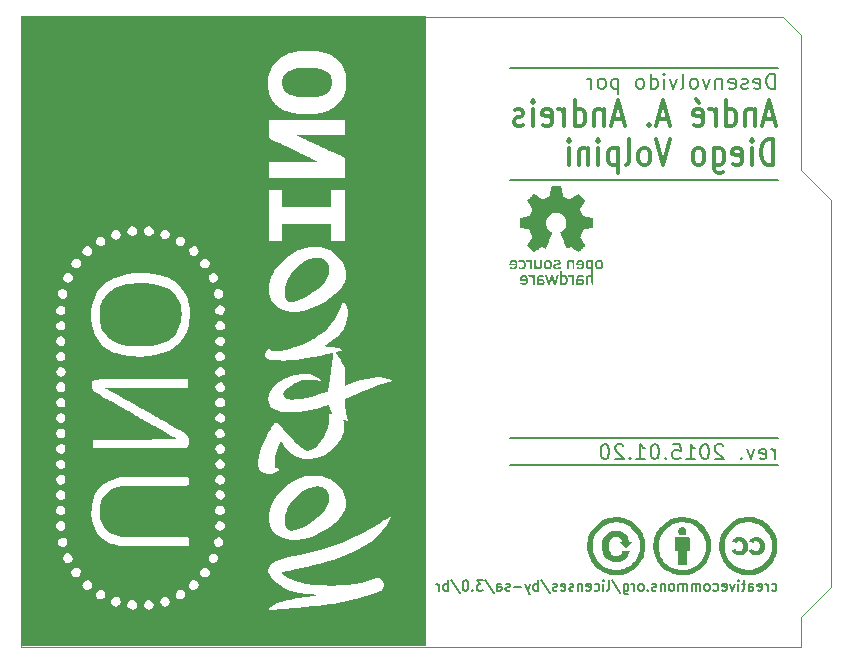
<source format=gbo>
G04 (created by PCBNEW (2013-03-31 BZR 4008)-stable) date 25-01-2015 17:47:35*
%MOIN*%
G04 Gerber Fmt 3.4, Leading zero omitted, Abs format*
%FSLAX34Y34*%
G01*
G70*
G90*
G04 APERTURE LIST*
%ADD10C,0*%
%ADD11C,0.008*%
%ADD12C,0.006*%
%ADD13C,0.014*%
%ADD14C,0.00393701*%
%ADD15C,0.0001*%
G04 APERTURE END LIST*
G54D10*
G54D11*
X59130Y-48752D02*
X59130Y-48419D01*
X59130Y-48514D02*
X59107Y-48466D01*
X59083Y-48442D01*
X59035Y-48419D01*
X58988Y-48419D01*
X58630Y-48728D02*
X58678Y-48752D01*
X58773Y-48752D01*
X58821Y-48728D01*
X58845Y-48680D01*
X58845Y-48490D01*
X58821Y-48442D01*
X58773Y-48419D01*
X58678Y-48419D01*
X58630Y-48442D01*
X58607Y-48490D01*
X58607Y-48538D01*
X58845Y-48585D01*
X58440Y-48419D02*
X58321Y-48752D01*
X58202Y-48419D01*
X58011Y-48704D02*
X57988Y-48728D01*
X58011Y-48752D01*
X58035Y-48728D01*
X58011Y-48704D01*
X58011Y-48752D01*
X57416Y-48300D02*
X57392Y-48276D01*
X57345Y-48252D01*
X57226Y-48252D01*
X57178Y-48276D01*
X57154Y-48300D01*
X57130Y-48347D01*
X57130Y-48395D01*
X57154Y-48466D01*
X57440Y-48752D01*
X57130Y-48752D01*
X56821Y-48252D02*
X56773Y-48252D01*
X56726Y-48276D01*
X56702Y-48300D01*
X56678Y-48347D01*
X56654Y-48442D01*
X56654Y-48561D01*
X56678Y-48657D01*
X56702Y-48704D01*
X56726Y-48728D01*
X56773Y-48752D01*
X56821Y-48752D01*
X56869Y-48728D01*
X56892Y-48704D01*
X56916Y-48657D01*
X56940Y-48561D01*
X56940Y-48442D01*
X56916Y-48347D01*
X56892Y-48300D01*
X56869Y-48276D01*
X56821Y-48252D01*
X56178Y-48752D02*
X56464Y-48752D01*
X56321Y-48752D02*
X56321Y-48252D01*
X56369Y-48323D01*
X56416Y-48371D01*
X56464Y-48395D01*
X55726Y-48252D02*
X55964Y-48252D01*
X55988Y-48490D01*
X55964Y-48466D01*
X55916Y-48442D01*
X55797Y-48442D01*
X55750Y-48466D01*
X55726Y-48490D01*
X55702Y-48538D01*
X55702Y-48657D01*
X55726Y-48704D01*
X55750Y-48728D01*
X55797Y-48752D01*
X55916Y-48752D01*
X55964Y-48728D01*
X55988Y-48704D01*
X55488Y-48704D02*
X55464Y-48728D01*
X55488Y-48752D01*
X55511Y-48728D01*
X55488Y-48704D01*
X55488Y-48752D01*
X55154Y-48252D02*
X55107Y-48252D01*
X55059Y-48276D01*
X55035Y-48300D01*
X55011Y-48347D01*
X54988Y-48442D01*
X54988Y-48561D01*
X55011Y-48657D01*
X55035Y-48704D01*
X55059Y-48728D01*
X55107Y-48752D01*
X55154Y-48752D01*
X55202Y-48728D01*
X55226Y-48704D01*
X55250Y-48657D01*
X55273Y-48561D01*
X55273Y-48442D01*
X55250Y-48347D01*
X55226Y-48300D01*
X55202Y-48276D01*
X55154Y-48252D01*
X54511Y-48752D02*
X54797Y-48752D01*
X54654Y-48752D02*
X54654Y-48252D01*
X54702Y-48323D01*
X54750Y-48371D01*
X54797Y-48395D01*
X54297Y-48704D02*
X54273Y-48728D01*
X54297Y-48752D01*
X54321Y-48728D01*
X54297Y-48704D01*
X54297Y-48752D01*
X54083Y-48300D02*
X54059Y-48276D01*
X54011Y-48252D01*
X53892Y-48252D01*
X53845Y-48276D01*
X53821Y-48300D01*
X53797Y-48347D01*
X53797Y-48395D01*
X53821Y-48466D01*
X54107Y-48752D01*
X53797Y-48752D01*
X53488Y-48252D02*
X53440Y-48252D01*
X53392Y-48276D01*
X53369Y-48300D01*
X53345Y-48347D01*
X53321Y-48442D01*
X53321Y-48561D01*
X53345Y-48657D01*
X53369Y-48704D01*
X53392Y-48728D01*
X53440Y-48752D01*
X53488Y-48752D01*
X53535Y-48728D01*
X53559Y-48704D01*
X53583Y-48657D01*
X53607Y-48561D01*
X53607Y-48442D01*
X53583Y-48347D01*
X53559Y-48300D01*
X53535Y-48276D01*
X53488Y-48252D01*
G54D12*
X59250Y-48050D02*
X50300Y-48050D01*
X59250Y-48950D02*
X50300Y-48950D01*
X59030Y-53125D02*
X59061Y-53141D01*
X59124Y-53141D01*
X59155Y-53125D01*
X59171Y-53108D01*
X59187Y-53075D01*
X59187Y-52975D01*
X59171Y-52941D01*
X59155Y-52925D01*
X59124Y-52908D01*
X59061Y-52908D01*
X59030Y-52925D01*
X58888Y-53141D02*
X58888Y-52908D01*
X58888Y-52975D02*
X58872Y-52941D01*
X58857Y-52925D01*
X58825Y-52908D01*
X58794Y-52908D01*
X58558Y-53125D02*
X58590Y-53141D01*
X58652Y-53141D01*
X58684Y-53125D01*
X58700Y-53091D01*
X58700Y-52958D01*
X58684Y-52925D01*
X58652Y-52908D01*
X58590Y-52908D01*
X58558Y-52925D01*
X58542Y-52958D01*
X58542Y-52991D01*
X58700Y-53025D01*
X58260Y-53141D02*
X58260Y-52958D01*
X58275Y-52925D01*
X58307Y-52908D01*
X58370Y-52908D01*
X58401Y-52925D01*
X58260Y-53125D02*
X58291Y-53141D01*
X58370Y-53141D01*
X58401Y-53125D01*
X58417Y-53091D01*
X58417Y-53058D01*
X58401Y-53025D01*
X58370Y-53008D01*
X58291Y-53008D01*
X58260Y-52991D01*
X58150Y-52908D02*
X58024Y-52908D01*
X58102Y-52791D02*
X58102Y-53091D01*
X58087Y-53125D01*
X58055Y-53141D01*
X58024Y-53141D01*
X57914Y-53141D02*
X57914Y-52908D01*
X57914Y-52791D02*
X57930Y-52808D01*
X57914Y-52825D01*
X57898Y-52808D01*
X57914Y-52791D01*
X57914Y-52825D01*
X57788Y-52908D02*
X57710Y-53141D01*
X57631Y-52908D01*
X57380Y-53125D02*
X57411Y-53141D01*
X57474Y-53141D01*
X57505Y-53125D01*
X57521Y-53091D01*
X57521Y-52958D01*
X57505Y-52925D01*
X57474Y-52908D01*
X57411Y-52908D01*
X57380Y-52925D01*
X57364Y-52958D01*
X57364Y-52991D01*
X57521Y-53025D01*
X57081Y-53125D02*
X57112Y-53141D01*
X57175Y-53141D01*
X57207Y-53125D01*
X57222Y-53108D01*
X57238Y-53075D01*
X57238Y-52975D01*
X57222Y-52941D01*
X57207Y-52925D01*
X57175Y-52908D01*
X57112Y-52908D01*
X57081Y-52925D01*
X56892Y-53141D02*
X56924Y-53125D01*
X56940Y-53108D01*
X56955Y-53075D01*
X56955Y-52975D01*
X56940Y-52941D01*
X56924Y-52925D01*
X56892Y-52908D01*
X56845Y-52908D01*
X56814Y-52925D01*
X56798Y-52941D01*
X56782Y-52975D01*
X56782Y-53075D01*
X56798Y-53108D01*
X56814Y-53125D01*
X56845Y-53141D01*
X56892Y-53141D01*
X56641Y-53141D02*
X56641Y-52908D01*
X56641Y-52941D02*
X56625Y-52925D01*
X56594Y-52908D01*
X56547Y-52908D01*
X56515Y-52925D01*
X56500Y-52958D01*
X56500Y-53141D01*
X56500Y-52958D02*
X56484Y-52925D01*
X56452Y-52908D01*
X56405Y-52908D01*
X56374Y-52925D01*
X56358Y-52958D01*
X56358Y-53141D01*
X56201Y-53141D02*
X56201Y-52908D01*
X56201Y-52941D02*
X56185Y-52925D01*
X56154Y-52908D01*
X56107Y-52908D01*
X56075Y-52925D01*
X56060Y-52958D01*
X56060Y-53141D01*
X56060Y-52958D02*
X56044Y-52925D01*
X56012Y-52908D01*
X55965Y-52908D01*
X55934Y-52925D01*
X55918Y-52958D01*
X55918Y-53141D01*
X55714Y-53141D02*
X55745Y-53125D01*
X55761Y-53108D01*
X55777Y-53075D01*
X55777Y-52975D01*
X55761Y-52941D01*
X55745Y-52925D01*
X55714Y-52908D01*
X55667Y-52908D01*
X55635Y-52925D01*
X55620Y-52941D01*
X55604Y-52975D01*
X55604Y-53075D01*
X55620Y-53108D01*
X55635Y-53125D01*
X55667Y-53141D01*
X55714Y-53141D01*
X55462Y-52908D02*
X55462Y-53141D01*
X55462Y-52941D02*
X55447Y-52925D01*
X55415Y-52908D01*
X55368Y-52908D01*
X55337Y-52925D01*
X55321Y-52958D01*
X55321Y-53141D01*
X55180Y-53125D02*
X55148Y-53141D01*
X55085Y-53141D01*
X55054Y-53125D01*
X55038Y-53091D01*
X55038Y-53075D01*
X55054Y-53041D01*
X55085Y-53025D01*
X55132Y-53025D01*
X55164Y-53008D01*
X55180Y-52975D01*
X55180Y-52958D01*
X55164Y-52925D01*
X55132Y-52908D01*
X55085Y-52908D01*
X55054Y-52925D01*
X54897Y-53108D02*
X54881Y-53125D01*
X54897Y-53141D01*
X54912Y-53125D01*
X54897Y-53108D01*
X54897Y-53141D01*
X54692Y-53141D02*
X54724Y-53125D01*
X54740Y-53108D01*
X54755Y-53075D01*
X54755Y-52975D01*
X54740Y-52941D01*
X54724Y-52925D01*
X54692Y-52908D01*
X54645Y-52908D01*
X54614Y-52925D01*
X54598Y-52941D01*
X54582Y-52975D01*
X54582Y-53075D01*
X54598Y-53108D01*
X54614Y-53125D01*
X54645Y-53141D01*
X54692Y-53141D01*
X54441Y-53141D02*
X54441Y-52908D01*
X54441Y-52975D02*
X54425Y-52941D01*
X54410Y-52925D01*
X54378Y-52908D01*
X54347Y-52908D01*
X54095Y-52908D02*
X54095Y-53191D01*
X54111Y-53225D01*
X54127Y-53241D01*
X54158Y-53258D01*
X54205Y-53258D01*
X54237Y-53241D01*
X54095Y-53125D02*
X54127Y-53141D01*
X54190Y-53141D01*
X54221Y-53125D01*
X54237Y-53108D01*
X54252Y-53075D01*
X54252Y-52975D01*
X54237Y-52941D01*
X54221Y-52925D01*
X54190Y-52908D01*
X54127Y-52908D01*
X54095Y-52925D01*
X53702Y-52775D02*
X53985Y-53225D01*
X53545Y-53141D02*
X53577Y-53125D01*
X53592Y-53091D01*
X53592Y-52791D01*
X53420Y-53141D02*
X53420Y-52908D01*
X53420Y-52791D02*
X53435Y-52808D01*
X53420Y-52825D01*
X53404Y-52808D01*
X53420Y-52791D01*
X53420Y-52825D01*
X53121Y-53125D02*
X53152Y-53141D01*
X53215Y-53141D01*
X53247Y-53125D01*
X53262Y-53108D01*
X53278Y-53075D01*
X53278Y-52975D01*
X53262Y-52941D01*
X53247Y-52925D01*
X53215Y-52908D01*
X53152Y-52908D01*
X53121Y-52925D01*
X52854Y-53125D02*
X52885Y-53141D01*
X52948Y-53141D01*
X52980Y-53125D01*
X52995Y-53091D01*
X52995Y-52958D01*
X52980Y-52925D01*
X52948Y-52908D01*
X52885Y-52908D01*
X52854Y-52925D01*
X52838Y-52958D01*
X52838Y-52991D01*
X52995Y-53025D01*
X52697Y-52908D02*
X52697Y-53141D01*
X52697Y-52941D02*
X52681Y-52925D01*
X52650Y-52908D01*
X52602Y-52908D01*
X52571Y-52925D01*
X52555Y-52958D01*
X52555Y-53141D01*
X52414Y-53125D02*
X52382Y-53141D01*
X52320Y-53141D01*
X52288Y-53125D01*
X52272Y-53091D01*
X52272Y-53075D01*
X52288Y-53041D01*
X52320Y-53025D01*
X52367Y-53025D01*
X52398Y-53008D01*
X52414Y-52975D01*
X52414Y-52958D01*
X52398Y-52925D01*
X52367Y-52908D01*
X52320Y-52908D01*
X52288Y-52925D01*
X52005Y-53125D02*
X52037Y-53141D01*
X52100Y-53141D01*
X52131Y-53125D01*
X52147Y-53091D01*
X52147Y-52958D01*
X52131Y-52925D01*
X52100Y-52908D01*
X52037Y-52908D01*
X52005Y-52925D01*
X51990Y-52958D01*
X51990Y-52991D01*
X52147Y-53025D01*
X51864Y-53125D02*
X51832Y-53141D01*
X51770Y-53141D01*
X51738Y-53125D01*
X51722Y-53091D01*
X51722Y-53075D01*
X51738Y-53041D01*
X51770Y-53025D01*
X51817Y-53025D01*
X51848Y-53008D01*
X51864Y-52975D01*
X51864Y-52958D01*
X51848Y-52925D01*
X51817Y-52908D01*
X51770Y-52908D01*
X51738Y-52925D01*
X51345Y-52775D02*
X51628Y-53225D01*
X51235Y-53141D02*
X51235Y-52791D01*
X51235Y-52925D02*
X51204Y-52908D01*
X51141Y-52908D01*
X51110Y-52925D01*
X51094Y-52941D01*
X51078Y-52975D01*
X51078Y-53075D01*
X51094Y-53108D01*
X51110Y-53125D01*
X51141Y-53141D01*
X51204Y-53141D01*
X51235Y-53125D01*
X50968Y-52908D02*
X50890Y-53141D01*
X50811Y-52908D02*
X50890Y-53141D01*
X50921Y-53225D01*
X50937Y-53241D01*
X50968Y-53258D01*
X50685Y-53008D02*
X50434Y-53008D01*
X50292Y-53125D02*
X50261Y-53141D01*
X50198Y-53141D01*
X50167Y-53125D01*
X50151Y-53091D01*
X50151Y-53075D01*
X50167Y-53041D01*
X50198Y-53025D01*
X50245Y-53025D01*
X50277Y-53008D01*
X50292Y-52975D01*
X50292Y-52958D01*
X50277Y-52925D01*
X50245Y-52908D01*
X50198Y-52908D01*
X50167Y-52925D01*
X49868Y-53141D02*
X49868Y-52958D01*
X49884Y-52925D01*
X49915Y-52908D01*
X49978Y-52908D01*
X50010Y-52925D01*
X49868Y-53125D02*
X49900Y-53141D01*
X49978Y-53141D01*
X50010Y-53125D01*
X50025Y-53091D01*
X50025Y-53058D01*
X50010Y-53025D01*
X49978Y-53008D01*
X49900Y-53008D01*
X49868Y-52991D01*
X49475Y-52775D02*
X49758Y-53225D01*
X49397Y-52791D02*
X49192Y-52791D01*
X49302Y-52925D01*
X49255Y-52925D01*
X49224Y-52941D01*
X49208Y-52958D01*
X49192Y-52991D01*
X49192Y-53075D01*
X49208Y-53108D01*
X49224Y-53125D01*
X49255Y-53141D01*
X49350Y-53141D01*
X49381Y-53125D01*
X49397Y-53108D01*
X49051Y-53108D02*
X49035Y-53125D01*
X49051Y-53141D01*
X49067Y-53125D01*
X49051Y-53108D01*
X49051Y-53141D01*
X48831Y-52791D02*
X48800Y-52791D01*
X48768Y-52808D01*
X48752Y-52825D01*
X48737Y-52858D01*
X48721Y-52925D01*
X48721Y-53008D01*
X48737Y-53075D01*
X48752Y-53108D01*
X48768Y-53125D01*
X48800Y-53141D01*
X48831Y-53141D01*
X48862Y-53125D01*
X48878Y-53108D01*
X48894Y-53075D01*
X48910Y-53008D01*
X48910Y-52925D01*
X48894Y-52858D01*
X48878Y-52825D01*
X48862Y-52808D01*
X48831Y-52791D01*
X48344Y-52775D02*
X48627Y-53225D01*
X48234Y-53141D02*
X48234Y-52791D01*
X48234Y-52925D02*
X48202Y-52908D01*
X48140Y-52908D01*
X48108Y-52925D01*
X48092Y-52941D01*
X48077Y-52975D01*
X48077Y-53075D01*
X48092Y-53108D01*
X48108Y-53125D01*
X48140Y-53141D01*
X48202Y-53141D01*
X48234Y-53125D01*
X47935Y-53141D02*
X47935Y-52908D01*
X47935Y-52975D02*
X47920Y-52941D01*
X47904Y-52925D01*
X47872Y-52908D01*
X47841Y-52908D01*
X59250Y-39450D02*
X50300Y-39450D01*
X59250Y-35700D02*
X50300Y-35700D01*
G54D13*
X59078Y-38944D02*
X59078Y-38094D01*
X58907Y-38094D01*
X58804Y-38134D01*
X58735Y-38215D01*
X58701Y-38296D01*
X58667Y-38458D01*
X58667Y-38579D01*
X58701Y-38741D01*
X58735Y-38822D01*
X58804Y-38903D01*
X58907Y-38944D01*
X59078Y-38944D01*
X58358Y-38944D02*
X58358Y-38377D01*
X58358Y-38094D02*
X58392Y-38134D01*
X58358Y-38175D01*
X58324Y-38134D01*
X58358Y-38094D01*
X58358Y-38175D01*
X57741Y-38903D02*
X57810Y-38944D01*
X57947Y-38944D01*
X58015Y-38903D01*
X58050Y-38822D01*
X58050Y-38498D01*
X58015Y-38417D01*
X57947Y-38377D01*
X57810Y-38377D01*
X57741Y-38417D01*
X57707Y-38498D01*
X57707Y-38579D01*
X58050Y-38660D01*
X57090Y-38377D02*
X57090Y-39065D01*
X57124Y-39146D01*
X57158Y-39186D01*
X57227Y-39227D01*
X57330Y-39227D01*
X57398Y-39186D01*
X57090Y-38903D02*
X57158Y-38944D01*
X57295Y-38944D01*
X57364Y-38903D01*
X57398Y-38863D01*
X57432Y-38782D01*
X57432Y-38539D01*
X57398Y-38458D01*
X57364Y-38417D01*
X57295Y-38377D01*
X57158Y-38377D01*
X57090Y-38417D01*
X56644Y-38944D02*
X56712Y-38903D01*
X56747Y-38863D01*
X56781Y-38782D01*
X56781Y-38539D01*
X56747Y-38458D01*
X56712Y-38417D01*
X56644Y-38377D01*
X56541Y-38377D01*
X56472Y-38417D01*
X56438Y-38458D01*
X56404Y-38539D01*
X56404Y-38782D01*
X56438Y-38863D01*
X56472Y-38903D01*
X56541Y-38944D01*
X56644Y-38944D01*
X55650Y-38094D02*
X55410Y-38944D01*
X55170Y-38094D01*
X54827Y-38944D02*
X54895Y-38903D01*
X54929Y-38863D01*
X54964Y-38782D01*
X54964Y-38539D01*
X54929Y-38458D01*
X54895Y-38417D01*
X54827Y-38377D01*
X54724Y-38377D01*
X54655Y-38417D01*
X54621Y-38458D01*
X54587Y-38539D01*
X54587Y-38782D01*
X54621Y-38863D01*
X54655Y-38903D01*
X54724Y-38944D01*
X54827Y-38944D01*
X54175Y-38944D02*
X54244Y-38903D01*
X54278Y-38822D01*
X54278Y-38094D01*
X53901Y-38377D02*
X53901Y-39227D01*
X53901Y-38417D02*
X53832Y-38377D01*
X53695Y-38377D01*
X53627Y-38417D01*
X53592Y-38458D01*
X53558Y-38539D01*
X53558Y-38782D01*
X53592Y-38863D01*
X53627Y-38903D01*
X53695Y-38944D01*
X53832Y-38944D01*
X53901Y-38903D01*
X53249Y-38944D02*
X53249Y-38377D01*
X53249Y-38094D02*
X53284Y-38134D01*
X53249Y-38175D01*
X53215Y-38134D01*
X53249Y-38094D01*
X53249Y-38175D01*
X52907Y-38377D02*
X52907Y-38944D01*
X52907Y-38458D02*
X52872Y-38417D01*
X52804Y-38377D01*
X52701Y-38377D01*
X52632Y-38417D01*
X52598Y-38498D01*
X52598Y-38944D01*
X52255Y-38944D02*
X52255Y-38377D01*
X52255Y-38094D02*
X52289Y-38134D01*
X52255Y-38175D01*
X52221Y-38134D01*
X52255Y-38094D01*
X52255Y-38175D01*
X59112Y-37401D02*
X58770Y-37401D01*
X59181Y-37644D02*
X58941Y-36794D01*
X58701Y-37644D01*
X58461Y-37077D02*
X58461Y-37644D01*
X58461Y-37158D02*
X58427Y-37117D01*
X58358Y-37077D01*
X58255Y-37077D01*
X58187Y-37117D01*
X58152Y-37198D01*
X58152Y-37644D01*
X57501Y-37644D02*
X57501Y-36794D01*
X57501Y-37603D02*
X57569Y-37644D01*
X57707Y-37644D01*
X57775Y-37603D01*
X57809Y-37563D01*
X57844Y-37482D01*
X57844Y-37239D01*
X57809Y-37158D01*
X57775Y-37117D01*
X57707Y-37077D01*
X57569Y-37077D01*
X57501Y-37117D01*
X57158Y-37644D02*
X57158Y-37077D01*
X57158Y-37239D02*
X57124Y-37158D01*
X57089Y-37117D01*
X57021Y-37077D01*
X56952Y-37077D01*
X56438Y-37603D02*
X56507Y-37644D01*
X56644Y-37644D01*
X56712Y-37603D01*
X56747Y-37522D01*
X56747Y-37198D01*
X56712Y-37117D01*
X56644Y-37077D01*
X56507Y-37077D01*
X56438Y-37117D01*
X56404Y-37198D01*
X56404Y-37279D01*
X56747Y-37360D01*
X56507Y-36753D02*
X56609Y-36875D01*
X55581Y-37401D02*
X55238Y-37401D01*
X55650Y-37644D02*
X55410Y-36794D01*
X55170Y-37644D01*
X54929Y-37563D02*
X54895Y-37603D01*
X54929Y-37644D01*
X54964Y-37603D01*
X54929Y-37563D01*
X54929Y-37644D01*
X54072Y-37401D02*
X53730Y-37401D01*
X54141Y-37644D02*
X53901Y-36794D01*
X53661Y-37644D01*
X53421Y-37077D02*
X53421Y-37644D01*
X53421Y-37158D02*
X53387Y-37117D01*
X53318Y-37077D01*
X53215Y-37077D01*
X53147Y-37117D01*
X53112Y-37198D01*
X53112Y-37644D01*
X52461Y-37644D02*
X52461Y-36794D01*
X52461Y-37603D02*
X52529Y-37644D01*
X52667Y-37644D01*
X52735Y-37603D01*
X52769Y-37563D01*
X52804Y-37482D01*
X52804Y-37239D01*
X52769Y-37158D01*
X52735Y-37117D01*
X52667Y-37077D01*
X52529Y-37077D01*
X52461Y-37117D01*
X52118Y-37644D02*
X52118Y-37077D01*
X52118Y-37239D02*
X52084Y-37158D01*
X52049Y-37117D01*
X51981Y-37077D01*
X51912Y-37077D01*
X51398Y-37603D02*
X51467Y-37644D01*
X51604Y-37644D01*
X51672Y-37603D01*
X51707Y-37522D01*
X51707Y-37198D01*
X51672Y-37117D01*
X51604Y-37077D01*
X51467Y-37077D01*
X51398Y-37117D01*
X51364Y-37198D01*
X51364Y-37279D01*
X51707Y-37360D01*
X51055Y-37644D02*
X51055Y-37077D01*
X51055Y-36794D02*
X51089Y-36834D01*
X51055Y-36875D01*
X51021Y-36834D01*
X51055Y-36794D01*
X51055Y-36875D01*
X50747Y-37603D02*
X50678Y-37644D01*
X50541Y-37644D01*
X50472Y-37603D01*
X50438Y-37522D01*
X50438Y-37482D01*
X50472Y-37401D01*
X50541Y-37360D01*
X50644Y-37360D01*
X50712Y-37320D01*
X50747Y-37239D01*
X50747Y-37198D01*
X50712Y-37117D01*
X50644Y-37077D01*
X50541Y-37077D01*
X50472Y-37117D01*
G54D11*
X59130Y-36402D02*
X59130Y-35902D01*
X59011Y-35902D01*
X58940Y-35926D01*
X58892Y-35973D01*
X58869Y-36021D01*
X58845Y-36116D01*
X58845Y-36188D01*
X58869Y-36283D01*
X58892Y-36330D01*
X58940Y-36378D01*
X59011Y-36402D01*
X59130Y-36402D01*
X58440Y-36378D02*
X58488Y-36402D01*
X58583Y-36402D01*
X58630Y-36378D01*
X58654Y-36330D01*
X58654Y-36140D01*
X58630Y-36092D01*
X58583Y-36069D01*
X58488Y-36069D01*
X58440Y-36092D01*
X58416Y-36140D01*
X58416Y-36188D01*
X58654Y-36235D01*
X58226Y-36378D02*
X58178Y-36402D01*
X58083Y-36402D01*
X58035Y-36378D01*
X58011Y-36330D01*
X58011Y-36307D01*
X58035Y-36259D01*
X58083Y-36235D01*
X58154Y-36235D01*
X58202Y-36211D01*
X58226Y-36164D01*
X58226Y-36140D01*
X58202Y-36092D01*
X58154Y-36069D01*
X58083Y-36069D01*
X58035Y-36092D01*
X57607Y-36378D02*
X57654Y-36402D01*
X57750Y-36402D01*
X57797Y-36378D01*
X57821Y-36330D01*
X57821Y-36140D01*
X57797Y-36092D01*
X57750Y-36069D01*
X57654Y-36069D01*
X57607Y-36092D01*
X57583Y-36140D01*
X57583Y-36188D01*
X57821Y-36235D01*
X57369Y-36069D02*
X57369Y-36402D01*
X57369Y-36116D02*
X57345Y-36092D01*
X57297Y-36069D01*
X57226Y-36069D01*
X57178Y-36092D01*
X57154Y-36140D01*
X57154Y-36402D01*
X56964Y-36069D02*
X56845Y-36402D01*
X56726Y-36069D01*
X56464Y-36402D02*
X56511Y-36378D01*
X56535Y-36354D01*
X56559Y-36307D01*
X56559Y-36164D01*
X56535Y-36116D01*
X56511Y-36092D01*
X56464Y-36069D01*
X56392Y-36069D01*
X56345Y-36092D01*
X56321Y-36116D01*
X56297Y-36164D01*
X56297Y-36307D01*
X56321Y-36354D01*
X56345Y-36378D01*
X56392Y-36402D01*
X56464Y-36402D01*
X56011Y-36402D02*
X56059Y-36378D01*
X56083Y-36330D01*
X56083Y-35902D01*
X55869Y-36069D02*
X55750Y-36402D01*
X55630Y-36069D01*
X55440Y-36402D02*
X55440Y-36069D01*
X55440Y-35902D02*
X55464Y-35926D01*
X55440Y-35950D01*
X55416Y-35926D01*
X55440Y-35902D01*
X55440Y-35950D01*
X54988Y-36402D02*
X54988Y-35902D01*
X54988Y-36378D02*
X55035Y-36402D01*
X55130Y-36402D01*
X55178Y-36378D01*
X55202Y-36354D01*
X55226Y-36307D01*
X55226Y-36164D01*
X55202Y-36116D01*
X55178Y-36092D01*
X55130Y-36069D01*
X55035Y-36069D01*
X54988Y-36092D01*
X54678Y-36402D02*
X54726Y-36378D01*
X54750Y-36354D01*
X54773Y-36307D01*
X54773Y-36164D01*
X54750Y-36116D01*
X54726Y-36092D01*
X54678Y-36069D01*
X54607Y-36069D01*
X54559Y-36092D01*
X54535Y-36116D01*
X54511Y-36164D01*
X54511Y-36307D01*
X54535Y-36354D01*
X54559Y-36378D01*
X54607Y-36402D01*
X54678Y-36402D01*
X53916Y-36069D02*
X53916Y-36569D01*
X53916Y-36092D02*
X53869Y-36069D01*
X53773Y-36069D01*
X53726Y-36092D01*
X53702Y-36116D01*
X53678Y-36164D01*
X53678Y-36307D01*
X53702Y-36354D01*
X53726Y-36378D01*
X53773Y-36402D01*
X53869Y-36402D01*
X53916Y-36378D01*
X53392Y-36402D02*
X53440Y-36378D01*
X53464Y-36354D01*
X53488Y-36307D01*
X53488Y-36164D01*
X53464Y-36116D01*
X53440Y-36092D01*
X53392Y-36069D01*
X53321Y-36069D01*
X53273Y-36092D01*
X53249Y-36116D01*
X53226Y-36164D01*
X53226Y-36307D01*
X53249Y-36354D01*
X53273Y-36378D01*
X53321Y-36402D01*
X53392Y-36402D01*
X53011Y-36402D02*
X53011Y-36069D01*
X53011Y-36164D02*
X52988Y-36116D01*
X52964Y-36092D01*
X52916Y-36069D01*
X52869Y-36069D01*
G54D14*
X34000Y-34000D02*
X34000Y-55000D01*
X59400Y-34000D02*
X34000Y-34000D01*
X60000Y-34600D02*
X59400Y-34000D01*
X60000Y-39100D02*
X60000Y-34600D01*
X61000Y-40100D02*
X60000Y-39100D01*
X61000Y-53000D02*
X61000Y-40100D01*
X60000Y-54000D02*
X61000Y-53000D01*
X60000Y-55000D02*
X60000Y-54000D01*
X34000Y-55000D02*
X60000Y-55000D01*
G54D15*
G36*
X52519Y-42938D02*
X52550Y-42938D01*
X52581Y-42938D01*
X52581Y-42924D01*
X52581Y-42820D01*
X52581Y-42799D01*
X52627Y-42799D01*
X52658Y-42800D01*
X52681Y-42802D01*
X52698Y-42807D01*
X52709Y-42814D01*
X52715Y-42823D01*
X52718Y-42836D01*
X52718Y-42840D01*
X52715Y-42856D01*
X52707Y-42867D01*
X52694Y-42875D01*
X52682Y-42878D01*
X52666Y-42880D01*
X52647Y-42881D01*
X52629Y-42880D01*
X52614Y-42878D01*
X52606Y-42876D01*
X52594Y-42866D01*
X52586Y-42850D01*
X52581Y-42830D01*
X52581Y-42820D01*
X52581Y-42924D01*
X52582Y-42913D01*
X52586Y-42910D01*
X52591Y-42914D01*
X52593Y-42918D01*
X52602Y-42926D01*
X52616Y-42933D01*
X52636Y-42937D01*
X52657Y-42940D01*
X52680Y-42939D01*
X52692Y-42938D01*
X52713Y-42932D01*
X52734Y-42922D01*
X52750Y-42911D01*
X52754Y-42907D01*
X52767Y-42888D01*
X52775Y-42864D01*
X52777Y-42840D01*
X52777Y-42836D01*
X52773Y-42812D01*
X52764Y-42792D01*
X52751Y-42777D01*
X52741Y-42768D01*
X52732Y-42762D01*
X52722Y-42757D01*
X52709Y-42754D01*
X52692Y-42752D01*
X52669Y-42750D01*
X52649Y-42750D01*
X52583Y-42748D01*
X52582Y-42727D01*
X52583Y-42707D01*
X52588Y-42691D01*
X52597Y-42680D01*
X52598Y-42679D01*
X52614Y-42674D01*
X52634Y-42671D01*
X52655Y-42671D01*
X52675Y-42673D01*
X52692Y-42678D01*
X52702Y-42684D01*
X52712Y-42693D01*
X52737Y-42675D01*
X52762Y-42656D01*
X52749Y-42644D01*
X52726Y-42627D01*
X52698Y-42616D01*
X52666Y-42611D01*
X52632Y-42611D01*
X52597Y-42617D01*
X52569Y-42628D01*
X52547Y-42643D01*
X52531Y-42662D01*
X52524Y-42682D01*
X52523Y-42692D01*
X52521Y-42709D01*
X52520Y-42733D01*
X52520Y-42764D01*
X52519Y-42799D01*
X52519Y-42819D01*
X52519Y-42938D01*
X52519Y-42938D01*
X52519Y-42938D01*
G37*
G36*
X51965Y-42938D02*
X51996Y-42938D01*
X52027Y-42938D01*
X52027Y-42922D01*
X52027Y-42912D01*
X52028Y-42906D01*
X52029Y-42906D01*
X52030Y-42906D01*
X52030Y-42780D01*
X52030Y-42767D01*
X52032Y-42735D01*
X52037Y-42711D01*
X52046Y-42693D01*
X52060Y-42682D01*
X52078Y-42676D01*
X52094Y-42674D01*
X52115Y-42676D01*
X52131Y-42683D01*
X52144Y-42694D01*
X52152Y-42711D01*
X52157Y-42734D01*
X52159Y-42765D01*
X52159Y-42774D01*
X52158Y-42802D01*
X52157Y-42823D01*
X52153Y-42839D01*
X52147Y-42851D01*
X52139Y-42860D01*
X52138Y-42861D01*
X52129Y-42869D01*
X52121Y-42874D01*
X52110Y-42876D01*
X52096Y-42876D01*
X52088Y-42876D01*
X52074Y-42875D01*
X52064Y-42872D01*
X52057Y-42868D01*
X52049Y-42859D01*
X52049Y-42859D01*
X52041Y-42849D01*
X52036Y-42837D01*
X52032Y-42823D01*
X52030Y-42804D01*
X52030Y-42780D01*
X52030Y-42906D01*
X52033Y-42908D01*
X52041Y-42913D01*
X52047Y-42918D01*
X52074Y-42933D01*
X52103Y-42939D01*
X52134Y-42938D01*
X52156Y-42933D01*
X52174Y-42923D01*
X52191Y-42907D01*
X52194Y-42904D01*
X52203Y-42892D01*
X52210Y-42880D01*
X52215Y-42866D01*
X52219Y-42849D01*
X52221Y-42827D01*
X52222Y-42801D01*
X52223Y-42759D01*
X52222Y-42723D01*
X52217Y-42695D01*
X52209Y-42671D01*
X52199Y-42652D01*
X52184Y-42637D01*
X52171Y-42628D01*
X52143Y-42616D01*
X52115Y-42612D01*
X52087Y-42615D01*
X52059Y-42627D01*
X52048Y-42634D01*
X52038Y-42642D01*
X52031Y-42646D01*
X52029Y-42647D01*
X52028Y-42643D01*
X52027Y-42632D01*
X52027Y-42615D01*
X52027Y-42594D01*
X52027Y-42570D01*
X52027Y-42565D01*
X52027Y-42483D01*
X51996Y-42483D01*
X51965Y-42483D01*
X51965Y-42711D01*
X51965Y-42938D01*
X51965Y-42938D01*
X51965Y-42938D01*
G37*
G36*
X51201Y-42938D02*
X51232Y-42938D01*
X51263Y-42938D01*
X51263Y-42924D01*
X51264Y-42913D01*
X51265Y-42912D01*
X51265Y-42801D01*
X51310Y-42800D01*
X51339Y-42800D01*
X51360Y-42802D01*
X51376Y-42806D01*
X51388Y-42813D01*
X51396Y-42820D01*
X51401Y-42834D01*
X51400Y-42849D01*
X51392Y-42863D01*
X51382Y-42872D01*
X51368Y-42877D01*
X51349Y-42881D01*
X51328Y-42882D01*
X51308Y-42880D01*
X51290Y-42876D01*
X51284Y-42873D01*
X51276Y-42867D01*
X51271Y-42859D01*
X51268Y-42848D01*
X51266Y-42831D01*
X51266Y-42824D01*
X51265Y-42801D01*
X51265Y-42912D01*
X51267Y-42910D01*
X51274Y-42914D01*
X51279Y-42920D01*
X51294Y-42930D01*
X51314Y-42937D01*
X51339Y-42940D01*
X51366Y-42939D01*
X51372Y-42938D01*
X51399Y-42931D01*
X51423Y-42918D01*
X51441Y-42900D01*
X51454Y-42879D01*
X51456Y-42875D01*
X51459Y-42860D01*
X51459Y-42841D01*
X51459Y-42833D01*
X51454Y-42807D01*
X51442Y-42786D01*
X51424Y-42769D01*
X51416Y-42763D01*
X51408Y-42759D01*
X51401Y-42756D01*
X51392Y-42753D01*
X51382Y-42752D01*
X51366Y-42751D01*
X51346Y-42750D01*
X51330Y-42750D01*
X51265Y-42748D01*
X51264Y-42732D01*
X51264Y-42710D01*
X51271Y-42692D01*
X51282Y-42680D01*
X51286Y-42678D01*
X51301Y-42673D01*
X51320Y-42671D01*
X51339Y-42671D01*
X51358Y-42673D01*
X51374Y-42677D01*
X51386Y-42683D01*
X51391Y-42689D01*
X51394Y-42690D01*
X51402Y-42687D01*
X51415Y-42679D01*
X51433Y-42665D01*
X51434Y-42664D01*
X51441Y-42658D01*
X51441Y-42653D01*
X51437Y-42648D01*
X51424Y-42635D01*
X51404Y-42624D01*
X51379Y-42616D01*
X51351Y-42612D01*
X51322Y-42611D01*
X51300Y-42613D01*
X51268Y-42621D01*
X51242Y-42633D01*
X51223Y-42651D01*
X51210Y-42673D01*
X51205Y-42692D01*
X51204Y-42702D01*
X51203Y-42719D01*
X51202Y-42741D01*
X51202Y-42767D01*
X51201Y-42797D01*
X51201Y-42826D01*
X51201Y-42938D01*
X51201Y-42938D01*
X51201Y-42938D01*
G37*
G36*
X50639Y-42799D02*
X50704Y-42799D01*
X50704Y-42750D01*
X50704Y-42738D01*
X50707Y-42724D01*
X50714Y-42708D01*
X50723Y-42693D01*
X50733Y-42683D01*
X50733Y-42683D01*
X50753Y-42673D01*
X50775Y-42670D01*
X50796Y-42674D01*
X50815Y-42683D01*
X50830Y-42699D01*
X50840Y-42721D01*
X50842Y-42732D01*
X50845Y-42750D01*
X50775Y-42750D01*
X50704Y-42750D01*
X50704Y-42799D01*
X50741Y-42799D01*
X50774Y-42799D01*
X50799Y-42799D01*
X50817Y-42799D01*
X50830Y-42800D01*
X50839Y-42802D01*
X50843Y-42805D01*
X50844Y-42810D01*
X50843Y-42816D01*
X50841Y-42824D01*
X50840Y-42829D01*
X50831Y-42847D01*
X50818Y-42863D01*
X50803Y-42874D01*
X50796Y-42877D01*
X50773Y-42881D01*
X50747Y-42879D01*
X50723Y-42871D01*
X50713Y-42865D01*
X50691Y-42852D01*
X50671Y-42870D01*
X50661Y-42879D01*
X50653Y-42886D01*
X50651Y-42890D01*
X50654Y-42894D01*
X50661Y-42901D01*
X50668Y-42907D01*
X50694Y-42924D01*
X50725Y-42935D01*
X50759Y-42940D01*
X50792Y-42938D01*
X50823Y-42930D01*
X50849Y-42915D01*
X50871Y-42894D01*
X50888Y-42867D01*
X50899Y-42835D01*
X50905Y-42797D01*
X50905Y-42776D01*
X50903Y-42737D01*
X50894Y-42702D01*
X50880Y-42672D01*
X50862Y-42648D01*
X50839Y-42629D01*
X50813Y-42617D01*
X50784Y-42611D01*
X50752Y-42613D01*
X50747Y-42614D01*
X50725Y-42620D01*
X50708Y-42627D01*
X50692Y-42638D01*
X50683Y-42646D01*
X50666Y-42665D01*
X50654Y-42688D01*
X50645Y-42717D01*
X50640Y-42752D01*
X50639Y-42781D01*
X50639Y-42799D01*
X50639Y-42799D01*
X50639Y-42799D01*
G37*
G36*
X52827Y-42938D02*
X52858Y-42938D01*
X52888Y-42938D01*
X52890Y-42829D01*
X52890Y-42796D01*
X52890Y-42770D01*
X52891Y-42750D01*
X52892Y-42735D01*
X52893Y-42725D01*
X52894Y-42717D01*
X52896Y-42711D01*
X52898Y-42707D01*
X52900Y-42704D01*
X52915Y-42687D01*
X52934Y-42677D01*
X52957Y-42674D01*
X52958Y-42674D01*
X52978Y-42677D01*
X52993Y-42685D01*
X53008Y-42699D01*
X53010Y-42702D01*
X53012Y-42706D01*
X53014Y-42710D01*
X53016Y-42716D01*
X53017Y-42725D01*
X53018Y-42738D01*
X53018Y-42755D01*
X53019Y-42778D01*
X53019Y-42807D01*
X53019Y-42826D01*
X53021Y-42938D01*
X53053Y-42938D01*
X53086Y-42938D01*
X53086Y-42520D01*
X53086Y-42101D01*
X53053Y-42101D01*
X53020Y-42101D01*
X53020Y-42118D01*
X53020Y-42135D01*
X53009Y-42124D01*
X52988Y-42109D01*
X52962Y-42100D01*
X52935Y-42097D01*
X52908Y-42100D01*
X52891Y-42106D01*
X52871Y-42119D01*
X52853Y-42136D01*
X52840Y-42156D01*
X52835Y-42168D01*
X52832Y-42180D01*
X52831Y-42197D01*
X52830Y-42220D01*
X52829Y-42245D01*
X52829Y-42272D01*
X52830Y-42298D01*
X52831Y-42321D01*
X52832Y-42340D01*
X52834Y-42353D01*
X52835Y-42355D01*
X52843Y-42371D01*
X52856Y-42388D01*
X52872Y-42404D01*
X52889Y-42416D01*
X52891Y-42416D01*
X52891Y-42270D01*
X52891Y-42261D01*
X52892Y-42232D01*
X52894Y-42211D01*
X52898Y-42194D01*
X52905Y-42182D01*
X52915Y-42172D01*
X52918Y-42169D01*
X52935Y-42162D01*
X52955Y-42159D01*
X52975Y-42162D01*
X52986Y-42166D01*
X52998Y-42173D01*
X53006Y-42181D01*
X53012Y-42192D01*
X53016Y-42208D01*
X53017Y-42228D01*
X53018Y-42255D01*
X53018Y-42263D01*
X53018Y-42286D01*
X53018Y-42303D01*
X53017Y-42314D01*
X53015Y-42323D01*
X53012Y-42330D01*
X53008Y-42336D01*
X52999Y-42348D01*
X52989Y-42356D01*
X52986Y-42358D01*
X52970Y-42362D01*
X52952Y-42362D01*
X52934Y-42359D01*
X52919Y-42353D01*
X52918Y-42353D01*
X52908Y-42343D01*
X52900Y-42331D01*
X52895Y-42316D01*
X52892Y-42296D01*
X52891Y-42270D01*
X52891Y-42416D01*
X52900Y-42420D01*
X52928Y-42425D01*
X52957Y-42422D01*
X52985Y-42413D01*
X53008Y-42398D01*
X53011Y-42395D01*
X53020Y-42387D01*
X53020Y-42518D01*
X53020Y-42648D01*
X53011Y-42640D01*
X52990Y-42625D01*
X52965Y-42616D01*
X52939Y-42612D01*
X52913Y-42613D01*
X52890Y-42621D01*
X52868Y-42635D01*
X52851Y-42651D01*
X52839Y-42670D01*
X52837Y-42676D01*
X52834Y-42681D01*
X52833Y-42688D01*
X52831Y-42696D01*
X52830Y-42707D01*
X52829Y-42722D01*
X52829Y-42741D01*
X52829Y-42766D01*
X52828Y-42799D01*
X52828Y-42814D01*
X52827Y-42938D01*
X52827Y-42938D01*
X52827Y-42938D01*
G37*
G36*
X52232Y-42635D02*
X52234Y-42640D01*
X52241Y-42649D01*
X52251Y-42661D01*
X52253Y-42664D01*
X52274Y-42688D01*
X52287Y-42681D01*
X52303Y-42676D01*
X52323Y-42675D01*
X52341Y-42678D01*
X52350Y-42682D01*
X52360Y-42690D01*
X52370Y-42702D01*
X52371Y-42705D01*
X52374Y-42710D01*
X52376Y-42715D01*
X52377Y-42722D01*
X52378Y-42731D01*
X52379Y-42744D01*
X52379Y-42762D01*
X52380Y-42785D01*
X52380Y-42815D01*
X52380Y-42829D01*
X52380Y-42938D01*
X52412Y-42938D01*
X52445Y-42938D01*
X52445Y-42776D01*
X52445Y-42614D01*
X52412Y-42614D01*
X52380Y-42614D01*
X52380Y-42631D01*
X52380Y-42648D01*
X52370Y-42640D01*
X52349Y-42625D01*
X52324Y-42616D01*
X52298Y-42612D01*
X52272Y-42614D01*
X52249Y-42621D01*
X52239Y-42628D01*
X52233Y-42633D01*
X52232Y-42635D01*
X52232Y-42635D01*
X52232Y-42635D01*
G37*
G36*
X51472Y-42617D02*
X51473Y-42622D01*
X51477Y-42633D01*
X51482Y-42651D01*
X51489Y-42673D01*
X51498Y-42701D01*
X51507Y-42732D01*
X51518Y-42765D01*
X51522Y-42779D01*
X51573Y-42938D01*
X51600Y-42938D01*
X51628Y-42938D01*
X51640Y-42898D01*
X51646Y-42881D01*
X51653Y-42857D01*
X51661Y-42831D01*
X51669Y-42804D01*
X51674Y-42787D01*
X51681Y-42763D01*
X51687Y-42743D01*
X51692Y-42727D01*
X51696Y-42716D01*
X51698Y-42712D01*
X51699Y-42713D01*
X51702Y-42720D01*
X51706Y-42732D01*
X51712Y-42749D01*
X51719Y-42773D01*
X51729Y-42804D01*
X51740Y-42842D01*
X51753Y-42886D01*
X51763Y-42919D01*
X51768Y-42938D01*
X51796Y-42938D01*
X51824Y-42938D01*
X51855Y-42839D01*
X51866Y-42807D01*
X51876Y-42774D01*
X51887Y-42741D01*
X51896Y-42711D01*
X51904Y-42686D01*
X51907Y-42677D01*
X51927Y-42614D01*
X51894Y-42615D01*
X51860Y-42616D01*
X51830Y-42728D01*
X51822Y-42757D01*
X51815Y-42783D01*
X51808Y-42805D01*
X51803Y-42823D01*
X51799Y-42835D01*
X51797Y-42840D01*
X51797Y-42840D01*
X51795Y-42836D01*
X51791Y-42825D01*
X51785Y-42809D01*
X51778Y-42788D01*
X51769Y-42762D01*
X51760Y-42734D01*
X51758Y-42727D01*
X51721Y-42614D01*
X51698Y-42614D01*
X51675Y-42614D01*
X51670Y-42631D01*
X51664Y-42649D01*
X51658Y-42670D01*
X51650Y-42694D01*
X51642Y-42719D01*
X51633Y-42745D01*
X51625Y-42770D01*
X51617Y-42793D01*
X51611Y-42812D01*
X51605Y-42827D01*
X51602Y-42837D01*
X51600Y-42840D01*
X51598Y-42836D01*
X51595Y-42825D01*
X51590Y-42809D01*
X51584Y-42787D01*
X51576Y-42761D01*
X51569Y-42733D01*
X51567Y-42727D01*
X51536Y-42614D01*
X51504Y-42614D01*
X51489Y-42614D01*
X51478Y-42615D01*
X51472Y-42617D01*
X51472Y-42617D01*
X51472Y-42617D01*
X51472Y-42617D01*
G37*
G36*
X50915Y-42631D02*
X50916Y-42635D01*
X50920Y-42643D01*
X50929Y-42655D01*
X50943Y-42672D01*
X50945Y-42675D01*
X50957Y-42689D01*
X50969Y-42682D01*
X50986Y-42675D01*
X51006Y-42674D01*
X51026Y-42680D01*
X51043Y-42690D01*
X51055Y-42705D01*
X51058Y-42709D01*
X51060Y-42715D01*
X51061Y-42722D01*
X51062Y-42732D01*
X51063Y-42746D01*
X51064Y-42764D01*
X51064Y-42789D01*
X51065Y-42820D01*
X51065Y-42829D01*
X51066Y-42938D01*
X51097Y-42938D01*
X51127Y-42938D01*
X51127Y-42776D01*
X51127Y-42614D01*
X51096Y-42614D01*
X51066Y-42614D01*
X51066Y-42630D01*
X51065Y-42641D01*
X51064Y-42646D01*
X51064Y-42647D01*
X51059Y-42645D01*
X51051Y-42639D01*
X51043Y-42633D01*
X51023Y-42621D01*
X50999Y-42613D01*
X50974Y-42610D01*
X50973Y-42610D01*
X50964Y-42611D01*
X50951Y-42615D01*
X50937Y-42620D01*
X50925Y-42625D01*
X50917Y-42629D01*
X50915Y-42631D01*
X50915Y-42631D01*
X50915Y-42631D01*
G37*
G36*
X53145Y-42261D02*
X53146Y-42292D01*
X53148Y-42317D01*
X53151Y-42337D01*
X53157Y-42353D01*
X53166Y-42367D01*
X53177Y-42381D01*
X53182Y-42386D01*
X53206Y-42405D01*
X53206Y-42269D01*
X53206Y-42245D01*
X53208Y-42224D01*
X53212Y-42205D01*
X53215Y-42195D01*
X53228Y-42178D01*
X53246Y-42166D01*
X53265Y-42160D01*
X53285Y-42160D01*
X53305Y-42165D01*
X53322Y-42176D01*
X53335Y-42193D01*
X53337Y-42196D01*
X53341Y-42211D01*
X53344Y-42232D01*
X53345Y-42256D01*
X53345Y-42280D01*
X53343Y-42302D01*
X53339Y-42320D01*
X53337Y-42325D01*
X53324Y-42343D01*
X53307Y-42357D01*
X53299Y-42361D01*
X53288Y-42363D01*
X53272Y-42362D01*
X53256Y-42359D01*
X53243Y-42355D01*
X53239Y-42353D01*
X53223Y-42337D01*
X53212Y-42317D01*
X53207Y-42292D01*
X53207Y-42291D01*
X53206Y-42269D01*
X53206Y-42405D01*
X53207Y-42406D01*
X53236Y-42419D01*
X53267Y-42425D01*
X53299Y-42424D01*
X53319Y-42419D01*
X53347Y-42406D01*
X53372Y-42387D01*
X53390Y-42362D01*
X53396Y-42350D01*
X53402Y-42330D01*
X53406Y-42305D01*
X53407Y-42276D01*
X53407Y-42246D01*
X53405Y-42217D01*
X53401Y-42191D01*
X53395Y-42170D01*
X53394Y-42168D01*
X53379Y-42143D01*
X53358Y-42123D01*
X53334Y-42109D01*
X53307Y-42100D01*
X53278Y-42097D01*
X53249Y-42099D01*
X53221Y-42109D01*
X53195Y-42124D01*
X53182Y-42135D01*
X53169Y-42150D01*
X53160Y-42164D01*
X53153Y-42179D01*
X53149Y-42198D01*
X53146Y-42220D01*
X53146Y-42249D01*
X53145Y-42261D01*
X53145Y-42261D01*
X53145Y-42261D01*
G37*
G36*
X52514Y-42286D02*
X52577Y-42286D01*
X52577Y-42227D01*
X52577Y-42227D01*
X52579Y-42212D01*
X52586Y-42196D01*
X52594Y-42181D01*
X52596Y-42178D01*
X52614Y-42163D01*
X52634Y-42156D01*
X52656Y-42155D01*
X52679Y-42163D01*
X52680Y-42164D01*
X52695Y-42175D01*
X52707Y-42192D01*
X52715Y-42209D01*
X52716Y-42220D01*
X52716Y-42232D01*
X52647Y-42232D01*
X52620Y-42232D01*
X52600Y-42231D01*
X52587Y-42231D01*
X52580Y-42229D01*
X52577Y-42227D01*
X52577Y-42286D01*
X52615Y-42286D01*
X52716Y-42286D01*
X52716Y-42297D01*
X52715Y-42308D01*
X52710Y-42321D01*
X52709Y-42325D01*
X52696Y-42345D01*
X52678Y-42358D01*
X52657Y-42365D01*
X52633Y-42366D01*
X52608Y-42361D01*
X52582Y-42349D01*
X52572Y-42342D01*
X52567Y-42341D01*
X52561Y-42343D01*
X52552Y-42349D01*
X52544Y-42355D01*
X52534Y-42365D01*
X52526Y-42372D01*
X52523Y-42376D01*
X52527Y-42381D01*
X52536Y-42388D01*
X52548Y-42397D01*
X52562Y-42406D01*
X52576Y-42413D01*
X52588Y-42418D01*
X52591Y-42419D01*
X52615Y-42424D01*
X52643Y-42425D01*
X52670Y-42422D01*
X52691Y-42417D01*
X52719Y-42403D01*
X52742Y-42385D01*
X52759Y-42360D01*
X52770Y-42331D01*
X52777Y-42295D01*
X52778Y-42263D01*
X52775Y-42221D01*
X52767Y-42185D01*
X52754Y-42155D01*
X52736Y-42131D01*
X52712Y-42113D01*
X52684Y-42102D01*
X52655Y-42098D01*
X52622Y-42099D01*
X52593Y-42108D01*
X52566Y-42124D01*
X52557Y-42132D01*
X52541Y-42148D01*
X52530Y-42165D01*
X52523Y-42185D01*
X52518Y-42209D01*
X52516Y-42239D01*
X52514Y-42286D01*
X52514Y-42286D01*
X52514Y-42286D01*
G37*
G36*
X51743Y-42320D02*
X51745Y-42346D01*
X51755Y-42370D01*
X51772Y-42391D01*
X51796Y-42408D01*
X51804Y-42412D01*
X51826Y-42419D01*
X51853Y-42423D01*
X51882Y-42425D01*
X51909Y-42423D01*
X51932Y-42418D01*
X51968Y-42403D01*
X51998Y-42385D01*
X52003Y-42381D01*
X52018Y-42369D01*
X51996Y-42347D01*
X51974Y-42326D01*
X51955Y-42340D01*
X51934Y-42354D01*
X51912Y-42361D01*
X51886Y-42365D01*
X51873Y-42365D01*
X51849Y-42364D01*
X51831Y-42359D01*
X51818Y-42349D01*
X51812Y-42342D01*
X51807Y-42329D01*
X51808Y-42315D01*
X51815Y-42303D01*
X51819Y-42300D01*
X51827Y-42297D01*
X51842Y-42293D01*
X51861Y-42290D01*
X51880Y-42288D01*
X51910Y-42284D01*
X51933Y-42279D01*
X51947Y-42274D01*
X51969Y-42259D01*
X51984Y-42240D01*
X51993Y-42218D01*
X51996Y-42195D01*
X51993Y-42171D01*
X51985Y-42149D01*
X51970Y-42129D01*
X51949Y-42113D01*
X51941Y-42109D01*
X51926Y-42103D01*
X51907Y-42100D01*
X51884Y-42098D01*
X51844Y-42099D01*
X51808Y-42107D01*
X51774Y-42123D01*
X51771Y-42125D01*
X51751Y-42138D01*
X51768Y-42158D01*
X51777Y-42169D01*
X51785Y-42177D01*
X51788Y-42181D01*
X51793Y-42180D01*
X51803Y-42176D01*
X51809Y-42173D01*
X51833Y-42162D01*
X51856Y-42157D01*
X51878Y-42155D01*
X51898Y-42157D01*
X51914Y-42164D01*
X51926Y-42173D01*
X51932Y-42187D01*
X51932Y-42192D01*
X51931Y-42203D01*
X51927Y-42211D01*
X51920Y-42218D01*
X51908Y-42222D01*
X51890Y-42226D01*
X51865Y-42229D01*
X51856Y-42230D01*
X51824Y-42235D01*
X51798Y-42241D01*
X51779Y-42250D01*
X51765Y-42262D01*
X51754Y-42279D01*
X51748Y-42293D01*
X51743Y-42320D01*
X51743Y-42320D01*
X51743Y-42320D01*
G37*
G36*
X51439Y-42269D02*
X51440Y-42298D01*
X51443Y-42324D01*
X51448Y-42345D01*
X51450Y-42350D01*
X51464Y-42374D01*
X51484Y-42396D01*
X51501Y-42407D01*
X51501Y-42261D01*
X51502Y-42232D01*
X51505Y-42210D01*
X51510Y-42193D01*
X51519Y-42181D01*
X51531Y-42171D01*
X51538Y-42167D01*
X51560Y-42160D01*
X51582Y-42160D01*
X51602Y-42167D01*
X51618Y-42180D01*
X51631Y-42199D01*
X51638Y-42222D01*
X51639Y-42227D01*
X51640Y-42246D01*
X51640Y-42268D01*
X51638Y-42290D01*
X51636Y-42309D01*
X51632Y-42322D01*
X51631Y-42325D01*
X51617Y-42344D01*
X51599Y-42357D01*
X51578Y-42363D01*
X51556Y-42362D01*
X51536Y-42354D01*
X51522Y-42345D01*
X51513Y-42333D01*
X51506Y-42317D01*
X51502Y-42296D01*
X51501Y-42268D01*
X51501Y-42261D01*
X51501Y-42407D01*
X51508Y-42411D01*
X51533Y-42420D01*
X51561Y-42424D01*
X51590Y-42424D01*
X51617Y-42419D01*
X51618Y-42418D01*
X51638Y-42408D01*
X51658Y-42391D01*
X51661Y-42388D01*
X51675Y-42374D01*
X51685Y-42360D01*
X51692Y-42345D01*
X51696Y-42327D01*
X51699Y-42305D01*
X51700Y-42277D01*
X51700Y-42261D01*
X51700Y-42229D01*
X51698Y-42205D01*
X51694Y-42185D01*
X51688Y-42169D01*
X51680Y-42154D01*
X51668Y-42140D01*
X51664Y-42135D01*
X51640Y-42116D01*
X51613Y-42104D01*
X51584Y-42097D01*
X51555Y-42097D01*
X51527Y-42103D01*
X51501Y-42114D01*
X51478Y-42131D01*
X51459Y-42154D01*
X51451Y-42169D01*
X51445Y-42187D01*
X51441Y-42212D01*
X51439Y-42240D01*
X51439Y-42269D01*
X51439Y-42269D01*
X51439Y-42269D01*
G37*
G36*
X51119Y-42421D02*
X51152Y-42421D01*
X51185Y-42421D01*
X51185Y-42404D01*
X51185Y-42387D01*
X51196Y-42397D01*
X51218Y-42413D01*
X51243Y-42422D01*
X51271Y-42425D01*
X51298Y-42421D01*
X51314Y-42416D01*
X51330Y-42406D01*
X51345Y-42394D01*
X51350Y-42389D01*
X51357Y-42380D01*
X51363Y-42371D01*
X51368Y-42361D01*
X51372Y-42349D01*
X51374Y-42333D01*
X51376Y-42314D01*
X51377Y-42289D01*
X51378Y-42259D01*
X51378Y-42221D01*
X51378Y-42215D01*
X51378Y-42101D01*
X51347Y-42101D01*
X51317Y-42101D01*
X51315Y-42209D01*
X51315Y-42241D01*
X51314Y-42267D01*
X51314Y-42287D01*
X51313Y-42301D01*
X51312Y-42312D01*
X51310Y-42319D01*
X51309Y-42325D01*
X51306Y-42330D01*
X51306Y-42330D01*
X51291Y-42348D01*
X51272Y-42359D01*
X51251Y-42363D01*
X51228Y-42359D01*
X51224Y-42358D01*
X51209Y-42350D01*
X51198Y-42337D01*
X51195Y-42333D01*
X51192Y-42328D01*
X51189Y-42322D01*
X51188Y-42316D01*
X51186Y-42308D01*
X51186Y-42297D01*
X51185Y-42282D01*
X51185Y-42262D01*
X51185Y-42236D01*
X51185Y-42208D01*
X51185Y-42101D01*
X51152Y-42101D01*
X51119Y-42101D01*
X51119Y-42261D01*
X51119Y-42421D01*
X51119Y-42421D01*
X51119Y-42421D01*
G37*
G36*
X50574Y-42371D02*
X50589Y-42386D01*
X50614Y-42405D01*
X50641Y-42417D01*
X50673Y-42423D01*
X50684Y-42424D01*
X50705Y-42424D01*
X50720Y-42423D01*
X50734Y-42419D01*
X50738Y-42417D01*
X50768Y-42402D01*
X50793Y-42383D01*
X50811Y-42359D01*
X50823Y-42331D01*
X50830Y-42297D01*
X50832Y-42259D01*
X50829Y-42219D01*
X50820Y-42184D01*
X50805Y-42155D01*
X50784Y-42131D01*
X50759Y-42113D01*
X50728Y-42102D01*
X50699Y-42098D01*
X50665Y-42099D01*
X50635Y-42106D01*
X50607Y-42122D01*
X50587Y-42139D01*
X50574Y-42151D01*
X50596Y-42171D01*
X50618Y-42192D01*
X50629Y-42182D01*
X50649Y-42167D01*
X50672Y-42160D01*
X50695Y-42159D01*
X50717Y-42163D01*
X50736Y-42174D01*
X50752Y-42190D01*
X50763Y-42211D01*
X50764Y-42213D01*
X50769Y-42238D01*
X50770Y-42264D01*
X50768Y-42290D01*
X50762Y-42313D01*
X50753Y-42332D01*
X50746Y-42340D01*
X50726Y-42354D01*
X50702Y-42362D01*
X50678Y-42363D01*
X50654Y-42356D01*
X50633Y-42343D01*
X50629Y-42340D01*
X50618Y-42329D01*
X50596Y-42350D01*
X50574Y-42371D01*
X50574Y-42371D01*
X50574Y-42371D01*
G37*
G36*
X50284Y-42286D02*
X50350Y-42286D01*
X50350Y-42232D01*
X50352Y-42216D01*
X50359Y-42194D01*
X50371Y-42176D01*
X50388Y-42163D01*
X50390Y-42162D01*
X50413Y-42155D01*
X50436Y-42156D01*
X50455Y-42164D01*
X50471Y-42178D01*
X50483Y-42198D01*
X50488Y-42217D01*
X50491Y-42232D01*
X50421Y-42232D01*
X50350Y-42232D01*
X50350Y-42286D01*
X50388Y-42286D01*
X50492Y-42286D01*
X50489Y-42301D01*
X50481Y-42326D01*
X50467Y-42345D01*
X50449Y-42359D01*
X50428Y-42366D01*
X50404Y-42367D01*
X50379Y-42361D01*
X50354Y-42348D01*
X50339Y-42338D01*
X50317Y-42356D01*
X50294Y-42374D01*
X50307Y-42387D01*
X50328Y-42404D01*
X50355Y-42416D01*
X50386Y-42422D01*
X50404Y-42424D01*
X50422Y-42424D01*
X50438Y-42423D01*
X50450Y-42422D01*
X50452Y-42421D01*
X50481Y-42410D01*
X50506Y-42391D01*
X50527Y-42367D01*
X50534Y-42353D01*
X50544Y-42324D01*
X50550Y-42292D01*
X50551Y-42257D01*
X50548Y-42222D01*
X50541Y-42190D01*
X50530Y-42161D01*
X50521Y-42146D01*
X50500Y-42124D01*
X50476Y-42109D01*
X50449Y-42100D01*
X50420Y-42097D01*
X50390Y-42100D01*
X50362Y-42110D01*
X50336Y-42126D01*
X50323Y-42139D01*
X50308Y-42156D01*
X50298Y-42177D01*
X50291Y-42203D01*
X50287Y-42234D01*
X50287Y-42243D01*
X50284Y-42286D01*
X50284Y-42286D01*
X50284Y-42286D01*
G37*
G36*
X52199Y-42421D02*
X52230Y-42421D01*
X52261Y-42421D01*
X52261Y-42317D01*
X52261Y-42285D01*
X52261Y-42260D01*
X52261Y-42241D01*
X52262Y-42227D01*
X52263Y-42217D01*
X52264Y-42209D01*
X52266Y-42203D01*
X52269Y-42197D01*
X52270Y-42195D01*
X52282Y-42177D01*
X52295Y-42166D01*
X52313Y-42161D01*
X52326Y-42160D01*
X52347Y-42162D01*
X52363Y-42169D01*
X52377Y-42183D01*
X52381Y-42189D01*
X52384Y-42192D01*
X52386Y-42197D01*
X52388Y-42203D01*
X52389Y-42212D01*
X52390Y-42225D01*
X52390Y-42242D01*
X52391Y-42265D01*
X52391Y-42295D01*
X52391Y-42310D01*
X52392Y-42421D01*
X52423Y-42421D01*
X52454Y-42421D01*
X52454Y-42261D01*
X52454Y-42101D01*
X52423Y-42101D01*
X52392Y-42101D01*
X52392Y-42117D01*
X52392Y-42134D01*
X52373Y-42119D01*
X52348Y-42105D01*
X52320Y-42097D01*
X52292Y-42098D01*
X52264Y-42106D01*
X52262Y-42106D01*
X52240Y-42120D01*
X52223Y-42137D01*
X52209Y-42160D01*
X52206Y-42166D01*
X52204Y-42172D01*
X52202Y-42179D01*
X52201Y-42187D01*
X52200Y-42199D01*
X52199Y-42214D01*
X52199Y-42234D01*
X52199Y-42260D01*
X52199Y-42293D01*
X52199Y-42301D01*
X52199Y-42421D01*
X52199Y-42421D01*
X52199Y-42421D01*
G37*
G36*
X50832Y-42119D02*
X50834Y-42123D01*
X50841Y-42132D01*
X50850Y-42144D01*
X50854Y-42148D01*
X50875Y-42173D01*
X50891Y-42165D01*
X50912Y-42159D01*
X50933Y-42160D01*
X50953Y-42169D01*
X50970Y-42185D01*
X50973Y-42189D01*
X50976Y-42192D01*
X50978Y-42197D01*
X50979Y-42203D01*
X50980Y-42212D01*
X50981Y-42225D01*
X50982Y-42242D01*
X50982Y-42265D01*
X50982Y-42295D01*
X50983Y-42310D01*
X50984Y-42421D01*
X51015Y-42421D01*
X51045Y-42421D01*
X51045Y-42261D01*
X51045Y-42101D01*
X51014Y-42101D01*
X50983Y-42101D01*
X50983Y-42117D01*
X50983Y-42127D01*
X50982Y-42133D01*
X50981Y-42134D01*
X50977Y-42131D01*
X50969Y-42125D01*
X50963Y-42120D01*
X50939Y-42105D01*
X50913Y-42098D01*
X50886Y-42097D01*
X50858Y-42104D01*
X50853Y-42107D01*
X50842Y-42113D01*
X50834Y-42117D01*
X50832Y-42119D01*
X50832Y-42119D01*
X50832Y-42119D01*
G37*
G36*
X50634Y-40912D02*
X50635Y-40945D01*
X50635Y-40972D01*
X50635Y-40992D01*
X50636Y-41008D01*
X50637Y-41019D01*
X50638Y-41027D01*
X50639Y-41031D01*
X50641Y-41034D01*
X50641Y-41035D01*
X50647Y-41040D01*
X50650Y-41041D01*
X50655Y-41042D01*
X50666Y-41044D01*
X50684Y-41047D01*
X50707Y-41051D01*
X50732Y-41056D01*
X50761Y-41061D01*
X50790Y-41067D01*
X50820Y-41073D01*
X50848Y-41078D01*
X50874Y-41083D01*
X50897Y-41087D01*
X50916Y-41091D01*
X50929Y-41094D01*
X50935Y-41095D01*
X50948Y-41101D01*
X50956Y-41112D01*
X50956Y-41112D01*
X50961Y-41123D01*
X50967Y-41139D01*
X50976Y-41159D01*
X50985Y-41183D01*
X50996Y-41209D01*
X51006Y-41235D01*
X51016Y-41261D01*
X51026Y-41286D01*
X51035Y-41309D01*
X51041Y-41327D01*
X51047Y-41341D01*
X51049Y-41349D01*
X51049Y-41350D01*
X51047Y-41354D01*
X51041Y-41365D01*
X51031Y-41381D01*
X51017Y-41401D01*
X51002Y-41425D01*
X50984Y-41451D01*
X50968Y-41475D01*
X50945Y-41509D01*
X50926Y-41536D01*
X50911Y-41559D01*
X50899Y-41576D01*
X50890Y-41589D01*
X50884Y-41599D01*
X50881Y-41606D01*
X50879Y-41611D01*
X50878Y-41614D01*
X50879Y-41616D01*
X50880Y-41619D01*
X50880Y-41619D01*
X50885Y-41625D01*
X50894Y-41635D01*
X50908Y-41649D01*
X50925Y-41667D01*
X50944Y-41687D01*
X50966Y-41708D01*
X50988Y-41730D01*
X51011Y-41752D01*
X51033Y-41773D01*
X51053Y-41793D01*
X51072Y-41810D01*
X51087Y-41825D01*
X51099Y-41835D01*
X51107Y-41841D01*
X51108Y-41842D01*
X51113Y-41840D01*
X51124Y-41833D01*
X51140Y-41823D01*
X51161Y-41810D01*
X51184Y-41795D01*
X51211Y-41777D01*
X51231Y-41763D01*
X51259Y-41744D01*
X51285Y-41726D01*
X51308Y-41710D01*
X51328Y-41697D01*
X51343Y-41687D01*
X51353Y-41680D01*
X51357Y-41678D01*
X51361Y-41676D01*
X51366Y-41676D01*
X51373Y-41678D01*
X51383Y-41682D01*
X51397Y-41689D01*
X51417Y-41699D01*
X51428Y-41704D01*
X51453Y-41717D01*
X51472Y-41726D01*
X51486Y-41731D01*
X51493Y-41733D01*
X51493Y-41732D01*
X51496Y-41728D01*
X51501Y-41716D01*
X51509Y-41699D01*
X51518Y-41676D01*
X51530Y-41649D01*
X51543Y-41617D01*
X51557Y-41583D01*
X51572Y-41547D01*
X51588Y-41509D01*
X51604Y-41470D01*
X51620Y-41431D01*
X51636Y-41392D01*
X51651Y-41355D01*
X51665Y-41321D01*
X51678Y-41289D01*
X51689Y-41261D01*
X51699Y-41237D01*
X51706Y-41218D01*
X51711Y-41206D01*
X51713Y-41199D01*
X51713Y-41199D01*
X51709Y-41195D01*
X51700Y-41188D01*
X51687Y-41178D01*
X51672Y-41167D01*
X51631Y-41135D01*
X51597Y-41104D01*
X51570Y-41070D01*
X51548Y-41034D01*
X51530Y-40994D01*
X51517Y-40951D01*
X51512Y-40926D01*
X51510Y-40897D01*
X51509Y-40866D01*
X51510Y-40836D01*
X51513Y-40811D01*
X51526Y-40762D01*
X51547Y-40716D01*
X51572Y-40674D01*
X51604Y-40637D01*
X51640Y-40606D01*
X51679Y-40579D01*
X51722Y-40559D01*
X51767Y-40544D01*
X51815Y-40536D01*
X51863Y-40534D01*
X51912Y-40540D01*
X51960Y-40553D01*
X51989Y-40565D01*
X52036Y-40591D01*
X52077Y-40623D01*
X52112Y-40659D01*
X52140Y-40699D01*
X52163Y-40743D01*
X52178Y-40790D01*
X52186Y-40839D01*
X52187Y-40890D01*
X52180Y-40943D01*
X52166Y-40995D01*
X52162Y-41005D01*
X52143Y-41044D01*
X52117Y-41082D01*
X52082Y-41119D01*
X52040Y-41155D01*
X52024Y-41167D01*
X52008Y-41178D01*
X51995Y-41188D01*
X51986Y-41195D01*
X51983Y-41199D01*
X51984Y-41203D01*
X51988Y-41215D01*
X51995Y-41232D01*
X52004Y-41255D01*
X52015Y-41282D01*
X52027Y-41313D01*
X52041Y-41347D01*
X52056Y-41383D01*
X52072Y-41421D01*
X52088Y-41460D01*
X52104Y-41499D01*
X52120Y-41538D01*
X52135Y-41575D01*
X52150Y-41609D01*
X52163Y-41641D01*
X52175Y-41670D01*
X52185Y-41694D01*
X52193Y-41712D01*
X52199Y-41725D01*
X52202Y-41732D01*
X52202Y-41732D01*
X52208Y-41732D01*
X52219Y-41728D01*
X52237Y-41720D01*
X52260Y-41708D01*
X52268Y-41704D01*
X52290Y-41693D01*
X52307Y-41684D01*
X52319Y-41679D01*
X52327Y-41677D01*
X52333Y-41676D01*
X52337Y-41677D01*
X52339Y-41678D01*
X52345Y-41682D01*
X52356Y-41689D01*
X52373Y-41700D01*
X52394Y-41714D01*
X52418Y-41731D01*
X52444Y-41749D01*
X52464Y-41763D01*
X52492Y-41781D01*
X52518Y-41799D01*
X52540Y-41814D01*
X52560Y-41826D01*
X52575Y-41835D01*
X52584Y-41841D01*
X52587Y-41842D01*
X52592Y-41839D01*
X52602Y-41831D01*
X52616Y-41818D01*
X52635Y-41801D01*
X52657Y-41780D01*
X52681Y-41756D01*
X52703Y-41734D01*
X52728Y-41710D01*
X52751Y-41686D01*
X52771Y-41666D01*
X52789Y-41648D01*
X52802Y-41634D01*
X52811Y-41624D01*
X52815Y-41619D01*
X52815Y-41619D01*
X52817Y-41617D01*
X52817Y-41614D01*
X52817Y-41611D01*
X52815Y-41607D01*
X52812Y-41600D01*
X52807Y-41591D01*
X52798Y-41578D01*
X52787Y-41562D01*
X52773Y-41540D01*
X52754Y-41513D01*
X52732Y-41481D01*
X52728Y-41475D01*
X52709Y-41447D01*
X52692Y-41421D01*
X52676Y-41398D01*
X52664Y-41378D01*
X52654Y-41363D01*
X52648Y-41353D01*
X52647Y-41350D01*
X52648Y-41344D01*
X52652Y-41333D01*
X52659Y-41316D01*
X52666Y-41295D01*
X52676Y-41271D01*
X52686Y-41245D01*
X52696Y-41219D01*
X52707Y-41192D01*
X52717Y-41168D01*
X52725Y-41146D01*
X52733Y-41128D01*
X52738Y-41115D01*
X52740Y-41112D01*
X52748Y-41101D01*
X52761Y-41095D01*
X52761Y-41095D01*
X52768Y-41094D01*
X52781Y-41091D01*
X52800Y-41087D01*
X52823Y-41083D01*
X52850Y-41078D01*
X52878Y-41072D01*
X52908Y-41067D01*
X52937Y-41061D01*
X52965Y-41056D01*
X52991Y-41051D01*
X53013Y-41047D01*
X53030Y-41044D01*
X53042Y-41042D01*
X53046Y-41041D01*
X53051Y-41039D01*
X53055Y-41035D01*
X53057Y-41032D01*
X53058Y-41028D01*
X53059Y-41021D01*
X53060Y-41011D01*
X53060Y-40996D01*
X53061Y-40977D01*
X53061Y-40952D01*
X53061Y-40920D01*
X53061Y-40882D01*
X53061Y-40871D01*
X53061Y-40829D01*
X53061Y-40795D01*
X53061Y-40767D01*
X53060Y-40746D01*
X53060Y-40730D01*
X53059Y-40719D01*
X53058Y-40713D01*
X53056Y-40710D01*
X53056Y-40709D01*
X53051Y-40708D01*
X53039Y-40705D01*
X53020Y-40701D01*
X52996Y-40696D01*
X52968Y-40690D01*
X52937Y-40684D01*
X52905Y-40678D01*
X52871Y-40672D01*
X52839Y-40665D01*
X52810Y-40660D01*
X52786Y-40655D01*
X52766Y-40650D01*
X52753Y-40647D01*
X52747Y-40645D01*
X52743Y-40643D01*
X52739Y-40640D01*
X52735Y-40634D01*
X52730Y-40625D01*
X52724Y-40613D01*
X52716Y-40595D01*
X52706Y-40573D01*
X52694Y-40544D01*
X52686Y-40525D01*
X52672Y-40492D01*
X52661Y-40465D01*
X52653Y-40445D01*
X52647Y-40429D01*
X52643Y-40417D01*
X52641Y-40409D01*
X52641Y-40404D01*
X52641Y-40401D01*
X52644Y-40395D01*
X52652Y-40383D01*
X52663Y-40367D01*
X52676Y-40346D01*
X52693Y-40321D01*
X52711Y-40294D01*
X52731Y-40265D01*
X52732Y-40264D01*
X52752Y-40235D01*
X52770Y-40208D01*
X52786Y-40184D01*
X52799Y-40164D01*
X52810Y-40148D01*
X52816Y-40137D01*
X52819Y-40133D01*
X52819Y-40132D01*
X52816Y-40128D01*
X52808Y-40119D01*
X52796Y-40105D01*
X52780Y-40089D01*
X52761Y-40069D01*
X52740Y-40048D01*
X52718Y-40026D01*
X52695Y-40004D01*
X52672Y-39982D01*
X52651Y-39961D01*
X52631Y-39942D01*
X52614Y-39927D01*
X52601Y-39914D01*
X52591Y-39907D01*
X52587Y-39904D01*
X52582Y-39906D01*
X52571Y-39912D01*
X52555Y-39923D01*
X52534Y-39936D01*
X52510Y-39952D01*
X52483Y-39970D01*
X52454Y-39990D01*
X52449Y-39993D01*
X52420Y-40013D01*
X52393Y-40031D01*
X52368Y-40048D01*
X52347Y-40062D01*
X52330Y-40073D01*
X52318Y-40080D01*
X52311Y-40083D01*
X52311Y-40083D01*
X52305Y-40082D01*
X52291Y-40078D01*
X52272Y-40072D01*
X52247Y-40063D01*
X52218Y-40051D01*
X52204Y-40045D01*
X52170Y-40031D01*
X52142Y-40020D01*
X52120Y-40010D01*
X52104Y-40003D01*
X52092Y-39997D01*
X52084Y-39993D01*
X52079Y-39989D01*
X52076Y-39986D01*
X52074Y-39982D01*
X52074Y-39981D01*
X52072Y-39975D01*
X52070Y-39962D01*
X52066Y-39942D01*
X52062Y-39918D01*
X52056Y-39889D01*
X52050Y-39857D01*
X52044Y-39822D01*
X52043Y-39820D01*
X52036Y-39779D01*
X52029Y-39746D01*
X52024Y-39719D01*
X52020Y-39699D01*
X52016Y-39683D01*
X52013Y-39673D01*
X52010Y-39666D01*
X52008Y-39663D01*
X52008Y-39663D01*
X52002Y-39661D01*
X51988Y-39660D01*
X51969Y-39659D01*
X51945Y-39658D01*
X51918Y-39657D01*
X51887Y-39657D01*
X51856Y-39657D01*
X51824Y-39657D01*
X51793Y-39657D01*
X51764Y-39658D01*
X51738Y-39658D01*
X51716Y-39659D01*
X51700Y-39661D01*
X51690Y-39662D01*
X51688Y-39663D01*
X51686Y-39666D01*
X51683Y-39672D01*
X51680Y-39682D01*
X51677Y-39697D01*
X51672Y-39717D01*
X51667Y-39743D01*
X51661Y-39775D01*
X51653Y-39815D01*
X51652Y-39820D01*
X51646Y-39854D01*
X51640Y-39887D01*
X51635Y-39916D01*
X51630Y-39941D01*
X51626Y-39960D01*
X51623Y-39974D01*
X51622Y-39981D01*
X51622Y-39981D01*
X51617Y-39989D01*
X51607Y-39997D01*
X51605Y-39998D01*
X51593Y-40003D01*
X51577Y-40010D01*
X51556Y-40019D01*
X51533Y-40028D01*
X51508Y-40039D01*
X51482Y-40049D01*
X51458Y-40059D01*
X51435Y-40068D01*
X51415Y-40075D01*
X51400Y-40081D01*
X51390Y-40084D01*
X51388Y-40084D01*
X51383Y-40082D01*
X51372Y-40076D01*
X51356Y-40065D01*
X51335Y-40052D01*
X51311Y-40036D01*
X51284Y-40018D01*
X51255Y-39998D01*
X51248Y-39994D01*
X51219Y-39974D01*
X51192Y-39955D01*
X51167Y-39939D01*
X51145Y-39925D01*
X51128Y-39914D01*
X51116Y-39907D01*
X51109Y-39904D01*
X51109Y-39904D01*
X51104Y-39907D01*
X51095Y-39915D01*
X51081Y-39927D01*
X51064Y-39943D01*
X51045Y-39961D01*
X51023Y-39982D01*
X51001Y-40004D01*
X50978Y-40026D01*
X50956Y-40048D01*
X50935Y-40069D01*
X50916Y-40089D01*
X50900Y-40105D01*
X50888Y-40119D01*
X50879Y-40128D01*
X50877Y-40132D01*
X50879Y-40137D01*
X50885Y-40147D01*
X50896Y-40162D01*
X50909Y-40182D01*
X50924Y-40206D01*
X50942Y-40232D01*
X50962Y-40261D01*
X50964Y-40264D01*
X50984Y-40293D01*
X51002Y-40320D01*
X51018Y-40345D01*
X51032Y-40366D01*
X51044Y-40383D01*
X51051Y-40395D01*
X51054Y-40401D01*
X51055Y-40401D01*
X51055Y-40405D01*
X51055Y-40411D01*
X51052Y-40419D01*
X51048Y-40431D01*
X51042Y-40448D01*
X51033Y-40470D01*
X51022Y-40498D01*
X51010Y-40525D01*
X50996Y-40558D01*
X50985Y-40584D01*
X50976Y-40604D01*
X50969Y-40619D01*
X50963Y-40630D01*
X50959Y-40637D01*
X50955Y-40642D01*
X50951Y-40644D01*
X50949Y-40645D01*
X50942Y-40647D01*
X50928Y-40651D01*
X50908Y-40655D01*
X50883Y-40660D01*
X50854Y-40666D01*
X50822Y-40672D01*
X50791Y-40678D01*
X50757Y-40684D01*
X50726Y-40690D01*
X50698Y-40696D01*
X50675Y-40701D01*
X50656Y-40705D01*
X50645Y-40708D01*
X50640Y-40709D01*
X50638Y-40712D01*
X50637Y-40718D01*
X50636Y-40729D01*
X50636Y-40744D01*
X50635Y-40764D01*
X50635Y-40791D01*
X50635Y-40824D01*
X50634Y-40865D01*
X50634Y-40871D01*
X50634Y-40912D01*
X50634Y-40912D01*
X50634Y-40912D01*
G37*
G36*
X57282Y-51667D02*
X57287Y-51763D01*
X57301Y-51856D01*
X57324Y-51946D01*
X57327Y-51957D01*
X57361Y-52045D01*
X57403Y-52128D01*
X57453Y-52207D01*
X57458Y-52214D01*
X57458Y-51649D01*
X57459Y-51627D01*
X57460Y-51590D01*
X57462Y-51560D01*
X57464Y-51535D01*
X57468Y-51512D01*
X57472Y-51487D01*
X57475Y-51476D01*
X57499Y-51392D01*
X57530Y-51313D01*
X57571Y-51238D01*
X57596Y-51198D01*
X57616Y-51171D01*
X57642Y-51140D01*
X57672Y-51108D01*
X57704Y-51075D01*
X57735Y-51045D01*
X57765Y-51020D01*
X57781Y-51008D01*
X57854Y-50959D01*
X57930Y-50920D01*
X58010Y-50891D01*
X58094Y-50871D01*
X58182Y-50860D01*
X58247Y-50857D01*
X58338Y-50862D01*
X58425Y-50875D01*
X58506Y-50897D01*
X58584Y-50927D01*
X58657Y-50967D01*
X58727Y-51017D01*
X58793Y-51075D01*
X58819Y-51102D01*
X58879Y-51172D01*
X58930Y-51247D01*
X58972Y-51326D01*
X59005Y-51410D01*
X59028Y-51494D01*
X59032Y-51514D01*
X59035Y-51532D01*
X59038Y-51551D01*
X59039Y-51573D01*
X59040Y-51599D01*
X59040Y-51633D01*
X59040Y-51650D01*
X59039Y-51700D01*
X59037Y-51743D01*
X59033Y-51780D01*
X59027Y-51816D01*
X59017Y-51852D01*
X59005Y-51890D01*
X59001Y-51902D01*
X58968Y-51981D01*
X58926Y-52057D01*
X58876Y-52128D01*
X58819Y-52194D01*
X58755Y-52254D01*
X58686Y-52306D01*
X58613Y-52350D01*
X58595Y-52360D01*
X58515Y-52393D01*
X58432Y-52418D01*
X58349Y-52434D01*
X58265Y-52441D01*
X58182Y-52438D01*
X58179Y-52437D01*
X58109Y-52427D01*
X58043Y-52413D01*
X57980Y-52392D01*
X57916Y-52364D01*
X57894Y-52354D01*
X57818Y-52311D01*
X57748Y-52261D01*
X57683Y-52205D01*
X57626Y-52143D01*
X57577Y-52076D01*
X57536Y-52006D01*
X57516Y-51962D01*
X57494Y-51902D01*
X57477Y-51843D01*
X57466Y-51782D01*
X57460Y-51719D01*
X57458Y-51649D01*
X57458Y-52214D01*
X57510Y-52280D01*
X57575Y-52347D01*
X57646Y-52408D01*
X57723Y-52463D01*
X57805Y-52509D01*
X57891Y-52549D01*
X57982Y-52580D01*
X58076Y-52602D01*
X58150Y-52614D01*
X58189Y-52617D01*
X58233Y-52618D01*
X58280Y-52618D01*
X58324Y-52616D01*
X58363Y-52613D01*
X58364Y-52613D01*
X58456Y-52598D01*
X58546Y-52573D01*
X58633Y-52539D01*
X58717Y-52497D01*
X58797Y-52447D01*
X58872Y-52390D01*
X58941Y-52326D01*
X59004Y-52256D01*
X59060Y-52180D01*
X59108Y-52100D01*
X59148Y-52015D01*
X59166Y-51969D01*
X59193Y-51876D01*
X59210Y-51781D01*
X59219Y-51687D01*
X59217Y-51593D01*
X59207Y-51499D01*
X59188Y-51408D01*
X59160Y-51319D01*
X59123Y-51232D01*
X59078Y-51149D01*
X59026Y-51071D01*
X58965Y-50997D01*
X58897Y-50928D01*
X58822Y-50865D01*
X58769Y-50829D01*
X58690Y-50783D01*
X58606Y-50745D01*
X58517Y-50716D01*
X58425Y-50695D01*
X58330Y-50684D01*
X58234Y-50681D01*
X58136Y-50687D01*
X58041Y-50701D01*
X57951Y-50725D01*
X57864Y-50757D01*
X57780Y-50798D01*
X57701Y-50847D01*
X57626Y-50904D01*
X57557Y-50967D01*
X57495Y-51037D01*
X57439Y-51113D01*
X57391Y-51193D01*
X57351Y-51279D01*
X57344Y-51296D01*
X57316Y-51384D01*
X57296Y-51476D01*
X57285Y-51571D01*
X57282Y-51667D01*
X57282Y-51667D01*
X57282Y-51667D01*
G37*
G36*
X58262Y-51798D02*
X58263Y-51805D01*
X58269Y-51817D01*
X58280Y-51833D01*
X58293Y-51849D01*
X58308Y-51865D01*
X58317Y-51875D01*
X58361Y-51907D01*
X58408Y-51931D01*
X58460Y-51946D01*
X58514Y-51951D01*
X58563Y-51948D01*
X58616Y-51936D01*
X58663Y-51916D01*
X58704Y-51888D01*
X58739Y-51853D01*
X58766Y-51811D01*
X58786Y-51763D01*
X58790Y-51748D01*
X58796Y-51716D01*
X58800Y-51678D01*
X58800Y-51638D01*
X58798Y-51600D01*
X58794Y-51566D01*
X58793Y-51560D01*
X58777Y-51515D01*
X58755Y-51473D01*
X58725Y-51435D01*
X58691Y-51403D01*
X58661Y-51384D01*
X58627Y-51368D01*
X58596Y-51358D01*
X58561Y-51352D01*
X58522Y-51350D01*
X58515Y-51350D01*
X58468Y-51353D01*
X58428Y-51359D01*
X58391Y-51371D01*
X58364Y-51384D01*
X58344Y-51397D01*
X58324Y-51412D01*
X58305Y-51429D01*
X58288Y-51447D01*
X58275Y-51464D01*
X58267Y-51478D01*
X58265Y-51489D01*
X58267Y-51493D01*
X58273Y-51497D01*
X58287Y-51504D01*
X58306Y-51514D01*
X58328Y-51525D01*
X58331Y-51526D01*
X58389Y-51555D01*
X58396Y-51543D01*
X58421Y-51513D01*
X58449Y-51493D01*
X58479Y-51481D01*
X58513Y-51480D01*
X58539Y-51485D01*
X58568Y-51499D01*
X58592Y-51520D01*
X58610Y-51549D01*
X58617Y-51567D01*
X58622Y-51593D01*
X58625Y-51624D01*
X58626Y-51657D01*
X58624Y-51689D01*
X58620Y-51716D01*
X58616Y-51728D01*
X58600Y-51763D01*
X58579Y-51790D01*
X58558Y-51806D01*
X58544Y-51813D01*
X58530Y-51817D01*
X58513Y-51819D01*
X58497Y-51819D01*
X58475Y-51818D01*
X58459Y-51816D01*
X58444Y-51810D01*
X58437Y-51806D01*
X58421Y-51795D01*
X58405Y-51779D01*
X58391Y-51763D01*
X58381Y-51748D01*
X58380Y-51745D01*
X58376Y-51743D01*
X58366Y-51746D01*
X58348Y-51753D01*
X58323Y-51765D01*
X58321Y-51766D01*
X58299Y-51777D01*
X58281Y-51786D01*
X58268Y-51794D01*
X58262Y-51798D01*
X58262Y-51798D01*
X58262Y-51798D01*
X58262Y-51798D01*
G37*
G36*
X57700Y-51801D02*
X57703Y-51807D01*
X57710Y-51819D01*
X57721Y-51834D01*
X57733Y-51850D01*
X57744Y-51863D01*
X57745Y-51864D01*
X57762Y-51879D01*
X57785Y-51896D01*
X57811Y-51912D01*
X57838Y-51926D01*
X57862Y-51936D01*
X57865Y-51938D01*
X57900Y-51945D01*
X57940Y-51950D01*
X57980Y-51950D01*
X58005Y-51948D01*
X58057Y-51936D01*
X58104Y-51915D01*
X58145Y-51887D01*
X58179Y-51852D01*
X58206Y-51811D01*
X58226Y-51763D01*
X58232Y-51738D01*
X58238Y-51701D01*
X58240Y-51660D01*
X58239Y-51618D01*
X58234Y-51579D01*
X58230Y-51557D01*
X58212Y-51506D01*
X58187Y-51461D01*
X58153Y-51423D01*
X58113Y-51392D01*
X58067Y-51368D01*
X58041Y-51359D01*
X58017Y-51354D01*
X57987Y-51351D01*
X57955Y-51350D01*
X57902Y-51354D01*
X57856Y-51362D01*
X57815Y-51378D01*
X57778Y-51400D01*
X57767Y-51408D01*
X57754Y-51420D01*
X57739Y-51436D01*
X57725Y-51452D01*
X57714Y-51468D01*
X57707Y-51480D01*
X57705Y-51485D01*
X57709Y-51490D01*
X57721Y-51498D01*
X57738Y-51508D01*
X57760Y-51520D01*
X57767Y-51524D01*
X57828Y-51556D01*
X57836Y-51544D01*
X57857Y-51516D01*
X57880Y-51497D01*
X57905Y-51486D01*
X57936Y-51481D01*
X57945Y-51481D01*
X57979Y-51485D01*
X58008Y-51496D01*
X58030Y-51516D01*
X58041Y-51532D01*
X58056Y-51565D01*
X58065Y-51603D01*
X58068Y-51643D01*
X58066Y-51683D01*
X58059Y-51721D01*
X58046Y-51755D01*
X58028Y-51783D01*
X58026Y-51785D01*
X58004Y-51804D01*
X57977Y-51814D01*
X57944Y-51819D01*
X57937Y-51819D01*
X57916Y-51818D01*
X57900Y-51816D01*
X57887Y-51811D01*
X57876Y-51805D01*
X57854Y-51788D01*
X57836Y-51766D01*
X57836Y-51766D01*
X57826Y-51753D01*
X57819Y-51743D01*
X57815Y-51741D01*
X57808Y-51743D01*
X57795Y-51749D01*
X57778Y-51757D01*
X57758Y-51767D01*
X57739Y-51777D01*
X57721Y-51787D01*
X57708Y-51795D01*
X57701Y-51800D01*
X57700Y-51801D01*
X57700Y-51801D01*
X57700Y-51801D01*
G37*
G36*
X55082Y-51604D02*
X55082Y-51703D01*
X55092Y-51802D01*
X55102Y-51862D01*
X55125Y-51952D01*
X55157Y-52039D01*
X55199Y-52122D01*
X55249Y-52202D01*
X55260Y-52217D01*
X55260Y-51652D01*
X55261Y-51613D01*
X55261Y-51582D01*
X55262Y-51557D01*
X55263Y-51536D01*
X55265Y-51518D01*
X55268Y-51501D01*
X55272Y-51485D01*
X55295Y-51401D01*
X55326Y-51321D01*
X55364Y-51246D01*
X55395Y-51197D01*
X55415Y-51171D01*
X55441Y-51141D01*
X55471Y-51109D01*
X55503Y-51077D01*
X55535Y-51046D01*
X55565Y-51020D01*
X55591Y-50999D01*
X55593Y-50998D01*
X55666Y-50952D01*
X55744Y-50915D01*
X55826Y-50886D01*
X55871Y-50874D01*
X55891Y-50870D01*
X55908Y-50866D01*
X55925Y-50864D01*
X55942Y-50862D01*
X55962Y-50861D01*
X55988Y-50860D01*
X56020Y-50860D01*
X56048Y-50860D01*
X56087Y-50860D01*
X56118Y-50861D01*
X56143Y-50862D01*
X56164Y-50863D01*
X56182Y-50865D01*
X56199Y-50868D01*
X56215Y-50872D01*
X56301Y-50895D01*
X56382Y-50928D01*
X56459Y-50969D01*
X56530Y-51019D01*
X56580Y-51063D01*
X56646Y-51131D01*
X56702Y-51202D01*
X56749Y-51277D01*
X56786Y-51356D01*
X56815Y-51438D01*
X56833Y-51519D01*
X56839Y-51567D01*
X56842Y-51620D01*
X56842Y-51675D01*
X56839Y-51730D01*
X56833Y-51781D01*
X56826Y-51822D01*
X56803Y-51900D01*
X56774Y-51973D01*
X56738Y-52042D01*
X56693Y-52107D01*
X56640Y-52171D01*
X56621Y-52192D01*
X56558Y-52251D01*
X56495Y-52302D01*
X56430Y-52343D01*
X56396Y-52361D01*
X56355Y-52380D01*
X56316Y-52396D01*
X56277Y-52409D01*
X56235Y-52420D01*
X56189Y-52430D01*
X56134Y-52438D01*
X56128Y-52439D01*
X56109Y-52441D01*
X56083Y-52441D01*
X56051Y-52441D01*
X56016Y-52439D01*
X55980Y-52437D01*
X55947Y-52435D01*
X55917Y-52431D01*
X55894Y-52428D01*
X55891Y-52427D01*
X55807Y-52405D01*
X55726Y-52373D01*
X55648Y-52332D01*
X55580Y-52286D01*
X55549Y-52261D01*
X55515Y-52231D01*
X55480Y-52197D01*
X55447Y-52163D01*
X55418Y-52130D01*
X55394Y-52101D01*
X55389Y-52094D01*
X55351Y-52033D01*
X55318Y-51965D01*
X55292Y-51893D01*
X55272Y-51820D01*
X55268Y-51802D01*
X55265Y-51784D01*
X55263Y-51766D01*
X55262Y-51745D01*
X55261Y-51720D01*
X55261Y-51688D01*
X55260Y-51652D01*
X55260Y-52217D01*
X55307Y-52276D01*
X55373Y-52345D01*
X55398Y-52368D01*
X55477Y-52431D01*
X55557Y-52485D01*
X55640Y-52529D01*
X55725Y-52565D01*
X55815Y-52591D01*
X55878Y-52605D01*
X55910Y-52609D01*
X55948Y-52612D01*
X55990Y-52615D01*
X56034Y-52617D01*
X56077Y-52617D01*
X56116Y-52617D01*
X56150Y-52615D01*
X56161Y-52614D01*
X56259Y-52597D01*
X56353Y-52572D01*
X56442Y-52537D01*
X56527Y-52493D01*
X56609Y-52440D01*
X56686Y-52378D01*
X56740Y-52327D01*
X56807Y-52253D01*
X56865Y-52174D01*
X56913Y-52092D01*
X56953Y-52005D01*
X56984Y-51915D01*
X57005Y-51821D01*
X57017Y-51725D01*
X57019Y-51627D01*
X57012Y-51527D01*
X56998Y-51446D01*
X56976Y-51357D01*
X56944Y-51271D01*
X56903Y-51187D01*
X56854Y-51107D01*
X56797Y-51031D01*
X56734Y-50961D01*
X56664Y-50897D01*
X56588Y-50840D01*
X56567Y-50826D01*
X56488Y-50781D01*
X56404Y-50744D01*
X56317Y-50716D01*
X56226Y-50696D01*
X56134Y-50684D01*
X56041Y-50681D01*
X55947Y-50686D01*
X55855Y-50699D01*
X55765Y-50721D01*
X55678Y-50751D01*
X55595Y-50789D01*
X55523Y-50831D01*
X55456Y-50879D01*
X55391Y-50935D01*
X55330Y-50996D01*
X55276Y-51059D01*
X55267Y-51071D01*
X55215Y-51150D01*
X55171Y-51233D01*
X55135Y-51321D01*
X55109Y-51413D01*
X55091Y-51507D01*
X55082Y-51604D01*
X55082Y-51604D01*
X55082Y-51604D01*
G37*
G36*
X55788Y-51806D02*
X55843Y-51806D01*
X55899Y-51806D01*
X55899Y-52041D01*
X55899Y-52276D01*
X56050Y-52276D01*
X56201Y-52276D01*
X56201Y-52041D01*
X56201Y-51806D01*
X56257Y-51806D01*
X56313Y-51806D01*
X56313Y-51600D01*
X56313Y-51394D01*
X56301Y-51377D01*
X56296Y-51370D01*
X56292Y-51364D01*
X56286Y-51359D01*
X56279Y-51356D01*
X56269Y-51353D01*
X56255Y-51351D01*
X56236Y-51349D01*
X56212Y-51348D01*
X56182Y-51348D01*
X56144Y-51347D01*
X56098Y-51347D01*
X56051Y-51347D01*
X55996Y-51347D01*
X55951Y-51347D01*
X55914Y-51348D01*
X55884Y-51348D01*
X55860Y-51349D01*
X55842Y-51351D01*
X55829Y-51354D01*
X55819Y-51357D01*
X55812Y-51361D01*
X55806Y-51366D01*
X55802Y-51372D01*
X55797Y-51379D01*
X55795Y-51383D01*
X55793Y-51388D01*
X55791Y-51396D01*
X55790Y-51405D01*
X55789Y-51419D01*
X55788Y-51437D01*
X55788Y-51461D01*
X55788Y-51491D01*
X55788Y-51530D01*
X55788Y-51577D01*
X55788Y-51601D01*
X55788Y-51806D01*
X55788Y-51806D01*
X55788Y-51806D01*
G37*
G36*
X55915Y-51155D02*
X55916Y-51183D01*
X55923Y-51219D01*
X55937Y-51247D01*
X55957Y-51268D01*
X55984Y-51283D01*
X56002Y-51289D01*
X56037Y-51295D01*
X56068Y-51295D01*
X56100Y-51289D01*
X56131Y-51276D01*
X56155Y-51258D01*
X56171Y-51233D01*
X56181Y-51200D01*
X56184Y-51183D01*
X56185Y-51143D01*
X56178Y-51107D01*
X56164Y-51076D01*
X56143Y-51051D01*
X56126Y-51039D01*
X56114Y-51033D01*
X56103Y-51030D01*
X56090Y-51028D01*
X56071Y-51027D01*
X56050Y-51027D01*
X56025Y-51027D01*
X56008Y-51028D01*
X55995Y-51030D01*
X55984Y-51034D01*
X55975Y-51039D01*
X55950Y-51059D01*
X55931Y-51085D01*
X55919Y-51118D01*
X55915Y-51155D01*
X55915Y-51155D01*
X55915Y-51155D01*
G37*
G36*
X52881Y-51665D02*
X52887Y-51765D01*
X52902Y-51861D01*
X52924Y-51950D01*
X52955Y-52036D01*
X52996Y-52118D01*
X53045Y-52197D01*
X53058Y-52215D01*
X53058Y-51630D01*
X53060Y-51582D01*
X53064Y-51538D01*
X53071Y-51494D01*
X53081Y-51449D01*
X53083Y-51440D01*
X53107Y-51364D01*
X53141Y-51289D01*
X53183Y-51218D01*
X53233Y-51151D01*
X53289Y-51088D01*
X53351Y-51032D01*
X53419Y-50982D01*
X53490Y-50940D01*
X53560Y-50908D01*
X53614Y-50889D01*
X53667Y-50875D01*
X53722Y-50866D01*
X53782Y-50860D01*
X53822Y-50859D01*
X53912Y-50860D01*
X53996Y-50869D01*
X54074Y-50887D01*
X54149Y-50912D01*
X54220Y-50947D01*
X54289Y-50990D01*
X54349Y-51036D01*
X54416Y-51099D01*
X54475Y-51167D01*
X54525Y-51239D01*
X54568Y-51316D01*
X54601Y-51396D01*
X54625Y-51480D01*
X54633Y-51519D01*
X54637Y-51544D01*
X54640Y-51566D01*
X54641Y-51588D01*
X54642Y-51612D01*
X54642Y-51642D01*
X54641Y-51675D01*
X54639Y-51718D01*
X54637Y-51752D01*
X54634Y-51781D01*
X54630Y-51806D01*
X54628Y-51814D01*
X54605Y-51895D01*
X54576Y-51970D01*
X54539Y-52039D01*
X54495Y-52106D01*
X54441Y-52170D01*
X54420Y-52192D01*
X54358Y-52251D01*
X54296Y-52301D01*
X54232Y-52342D01*
X54196Y-52361D01*
X54150Y-52382D01*
X54106Y-52399D01*
X54061Y-52413D01*
X54012Y-52425D01*
X53956Y-52435D01*
X53928Y-52439D01*
X53909Y-52441D01*
X53882Y-52441D01*
X53850Y-52441D01*
X53815Y-52439D01*
X53780Y-52437D01*
X53746Y-52434D01*
X53716Y-52431D01*
X53693Y-52428D01*
X53691Y-52427D01*
X53608Y-52405D01*
X53528Y-52374D01*
X53452Y-52334D01*
X53380Y-52285D01*
X53310Y-52227D01*
X53269Y-52187D01*
X53213Y-52123D01*
X53165Y-52056D01*
X53127Y-51988D01*
X53098Y-51915D01*
X53077Y-51838D01*
X53064Y-51756D01*
X53059Y-51684D01*
X53058Y-51630D01*
X53058Y-52215D01*
X53102Y-52271D01*
X53166Y-52340D01*
X53237Y-52403D01*
X53314Y-52460D01*
X53398Y-52509D01*
X53420Y-52521D01*
X53500Y-52556D01*
X53585Y-52583D01*
X53675Y-52603D01*
X53766Y-52615D01*
X53858Y-52619D01*
X53948Y-52615D01*
X53961Y-52614D01*
X54057Y-52598D01*
X54150Y-52572D01*
X54239Y-52538D01*
X54325Y-52495D01*
X54406Y-52443D01*
X54482Y-52382D01*
X54553Y-52314D01*
X54619Y-52237D01*
X54675Y-52158D01*
X54720Y-52081D01*
X54756Y-51998D01*
X54784Y-51911D01*
X54804Y-51821D01*
X54816Y-51730D01*
X54819Y-51637D01*
X54814Y-51544D01*
X54800Y-51453D01*
X54777Y-51363D01*
X54746Y-51277D01*
X54729Y-51239D01*
X54683Y-51154D01*
X54630Y-51074D01*
X54569Y-51000D01*
X54502Y-50933D01*
X54430Y-50872D01*
X54353Y-50819D01*
X54271Y-50774D01*
X54186Y-50738D01*
X54098Y-50710D01*
X54058Y-50701D01*
X53957Y-50686D01*
X53857Y-50680D01*
X53759Y-50684D01*
X53663Y-50697D01*
X53570Y-50720D01*
X53480Y-50751D01*
X53394Y-50791D01*
X53312Y-50840D01*
X53235Y-50897D01*
X53163Y-50963D01*
X53096Y-51036D01*
X53036Y-51117D01*
X53031Y-51125D01*
X52984Y-51205D01*
X52946Y-51290D01*
X52917Y-51379D01*
X52896Y-51471D01*
X52884Y-51567D01*
X52881Y-51665D01*
X52881Y-51665D01*
X52881Y-51665D01*
G37*
G36*
X53358Y-51654D02*
X53359Y-51699D01*
X53362Y-51741D01*
X53366Y-51777D01*
X53368Y-51784D01*
X53388Y-51855D01*
X53416Y-51921D01*
X53451Y-51980D01*
X53494Y-52032D01*
X53542Y-52078D01*
X53597Y-52115D01*
X53657Y-52145D01*
X53723Y-52166D01*
X53794Y-52179D01*
X53804Y-52180D01*
X53830Y-52182D01*
X53850Y-52184D01*
X53866Y-52184D01*
X53882Y-52183D01*
X53901Y-52181D01*
X53923Y-52179D01*
X53980Y-52168D01*
X54037Y-52148D01*
X54091Y-52121D01*
X54140Y-52088D01*
X54146Y-52083D01*
X54188Y-52042D01*
X54224Y-51993D01*
X54252Y-51938D01*
X54273Y-51879D01*
X54281Y-51845D01*
X54288Y-51806D01*
X54166Y-51806D01*
X54043Y-51806D01*
X54040Y-51831D01*
X54031Y-51870D01*
X54013Y-51904D01*
X53987Y-51933D01*
X53954Y-51956D01*
X53938Y-51963D01*
X53924Y-51968D01*
X53910Y-51972D01*
X53894Y-51974D01*
X53873Y-51975D01*
X53845Y-51975D01*
X53842Y-51975D01*
X53815Y-51975D01*
X53795Y-51975D01*
X53780Y-51973D01*
X53769Y-51970D01*
X53757Y-51966D01*
X53748Y-51962D01*
X53712Y-51940D01*
X53681Y-51910D01*
X53655Y-51872D01*
X53634Y-51827D01*
X53618Y-51778D01*
X53608Y-51723D01*
X53604Y-51665D01*
X53607Y-51604D01*
X53607Y-51601D01*
X53616Y-51542D01*
X53628Y-51492D01*
X53646Y-51449D01*
X53669Y-51414D01*
X53697Y-51386D01*
X53731Y-51364D01*
X53738Y-51360D01*
X53753Y-51354D01*
X53766Y-51349D01*
X53779Y-51346D01*
X53796Y-51345D01*
X53818Y-51345D01*
X53830Y-51345D01*
X53873Y-51346D01*
X53908Y-51352D01*
X53937Y-51362D01*
X53963Y-51377D01*
X53983Y-51393D01*
X54006Y-51419D01*
X54025Y-51450D01*
X54037Y-51483D01*
X54040Y-51496D01*
X54043Y-51514D01*
X54009Y-51514D01*
X53974Y-51514D01*
X54070Y-51610D01*
X54165Y-51705D01*
X54260Y-51611D01*
X54355Y-51516D01*
X54319Y-51514D01*
X54282Y-51511D01*
X54271Y-51465D01*
X54251Y-51399D01*
X54223Y-51340D01*
X54188Y-51289D01*
X54146Y-51244D01*
X54097Y-51207D01*
X54041Y-51177D01*
X53980Y-51155D01*
X53950Y-51149D01*
X53914Y-51144D01*
X53874Y-51141D01*
X53833Y-51141D01*
X53795Y-51143D01*
X53772Y-51145D01*
X53704Y-51159D01*
X53640Y-51181D01*
X53582Y-51212D01*
X53529Y-51251D01*
X53482Y-51297D01*
X53443Y-51350D01*
X53410Y-51410D01*
X53384Y-51475D01*
X53370Y-51529D01*
X53364Y-51566D01*
X53360Y-51609D01*
X53358Y-51654D01*
X53358Y-51654D01*
X53358Y-51654D01*
G37*
G36*
X34016Y-54981D02*
X35173Y-54981D01*
X35173Y-44796D01*
X35175Y-44790D01*
X35175Y-43781D01*
X35191Y-43724D01*
X35225Y-43677D01*
X35234Y-43670D01*
X35234Y-43222D01*
X35252Y-43162D01*
X35291Y-43116D01*
X35345Y-43087D01*
X35406Y-43079D01*
X35409Y-43080D01*
X35409Y-42696D01*
X35424Y-42652D01*
X35456Y-42592D01*
X35494Y-42560D01*
X35549Y-42551D01*
X35577Y-42552D01*
X35631Y-42561D01*
X35667Y-42583D01*
X35685Y-42607D01*
X35685Y-42233D01*
X35693Y-42173D01*
X35699Y-42161D01*
X35734Y-42109D01*
X35775Y-42083D01*
X35836Y-42076D01*
X35839Y-42076D01*
X35915Y-42088D01*
X35965Y-42124D01*
X35991Y-42186D01*
X35995Y-42229D01*
X35989Y-42291D01*
X35966Y-42333D01*
X35919Y-42369D01*
X35916Y-42371D01*
X35866Y-42384D01*
X35804Y-42379D01*
X35748Y-42358D01*
X35731Y-42345D01*
X35699Y-42297D01*
X35685Y-42233D01*
X35685Y-42607D01*
X35692Y-42617D01*
X35724Y-42678D01*
X35728Y-42731D01*
X35702Y-42786D01*
X35689Y-42804D01*
X35634Y-42851D01*
X35571Y-42870D01*
X35509Y-42860D01*
X35455Y-42822D01*
X35426Y-42778D01*
X35409Y-42732D01*
X35409Y-42696D01*
X35409Y-43080D01*
X35467Y-43098D01*
X35505Y-43127D01*
X35542Y-43185D01*
X35551Y-43251D01*
X35534Y-43315D01*
X35492Y-43366D01*
X35472Y-43379D01*
X35425Y-43400D01*
X35386Y-43402D01*
X35339Y-43386D01*
X35324Y-43379D01*
X35267Y-43333D01*
X35243Y-43290D01*
X35234Y-43222D01*
X35234Y-43670D01*
X35274Y-43643D01*
X35332Y-43630D01*
X35394Y-43643D01*
X35431Y-43664D01*
X35463Y-43695D01*
X35478Y-43736D01*
X35484Y-43783D01*
X35485Y-43838D01*
X35475Y-43872D01*
X35449Y-43901D01*
X35440Y-43908D01*
X35373Y-43944D01*
X35305Y-43946D01*
X35240Y-43913D01*
X35223Y-43898D01*
X35185Y-43840D01*
X35175Y-43781D01*
X35175Y-44790D01*
X35177Y-44784D01*
X35177Y-44278D01*
X35211Y-44213D01*
X35226Y-44196D01*
X35289Y-44152D01*
X35355Y-44144D01*
X35424Y-44170D01*
X35436Y-44178D01*
X35468Y-44206D01*
X35483Y-44239D01*
X35487Y-44291D01*
X35487Y-44298D01*
X35478Y-44368D01*
X35450Y-44416D01*
X35393Y-44450D01*
X35382Y-44455D01*
X35328Y-44460D01*
X35278Y-44446D01*
X35238Y-44429D01*
X35216Y-44418D01*
X35215Y-44417D01*
X35179Y-44347D01*
X35177Y-44278D01*
X35177Y-44784D01*
X35199Y-44733D01*
X35214Y-44715D01*
X35275Y-44668D01*
X35339Y-44656D01*
X35411Y-44677D01*
X35414Y-44679D01*
X35454Y-44703D01*
X35474Y-44730D01*
X35482Y-44773D01*
X35484Y-44797D01*
X35478Y-44875D01*
X35446Y-44930D01*
X35391Y-44966D01*
X35356Y-44978D01*
X35328Y-44979D01*
X35289Y-44966D01*
X35269Y-44958D01*
X35210Y-44917D01*
X35177Y-44860D01*
X35173Y-44796D01*
X35173Y-54981D01*
X35174Y-54981D01*
X35174Y-50439D01*
X35177Y-50430D01*
X35177Y-49438D01*
X35177Y-48919D01*
X35177Y-45809D01*
X35177Y-45361D01*
X35181Y-45298D01*
X35215Y-45236D01*
X35245Y-45206D01*
X35300Y-45168D01*
X35349Y-45161D01*
X35402Y-45184D01*
X35430Y-45203D01*
X35464Y-45232D01*
X35481Y-45261D01*
X35485Y-45301D01*
X35484Y-45339D01*
X35478Y-45393D01*
X35466Y-45425D01*
X35441Y-45447D01*
X35417Y-45459D01*
X35363Y-45483D01*
X35323Y-45488D01*
X35281Y-45475D01*
X35259Y-45464D01*
X35203Y-45419D01*
X35177Y-45361D01*
X35177Y-45809D01*
X35195Y-45770D01*
X35222Y-45738D01*
X35284Y-45694D01*
X35351Y-45683D01*
X35419Y-45704D01*
X35441Y-45719D01*
X35476Y-45767D01*
X35490Y-45830D01*
X35482Y-45896D01*
X35453Y-45953D01*
X35449Y-45957D01*
X35396Y-45991D01*
X35331Y-45998D01*
X35265Y-45980D01*
X35233Y-45958D01*
X35192Y-45903D01*
X35179Y-45857D01*
X35177Y-45809D01*
X35177Y-48919D01*
X35180Y-48903D01*
X35180Y-47406D01*
X35180Y-47380D01*
X35181Y-47377D01*
X35181Y-46880D01*
X35181Y-46356D01*
X35181Y-46348D01*
X35200Y-46276D01*
X35242Y-46224D01*
X35299Y-46194D01*
X35365Y-46192D01*
X35431Y-46219D01*
X35441Y-46227D01*
X35469Y-46254D01*
X35483Y-46288D01*
X35487Y-46340D01*
X35487Y-46356D01*
X35482Y-46424D01*
X35466Y-46465D01*
X35462Y-46470D01*
X35404Y-46499D01*
X35333Y-46509D01*
X35286Y-46503D01*
X35248Y-46493D01*
X35229Y-46488D01*
X35216Y-46473D01*
X35201Y-46437D01*
X35187Y-46394D01*
X35181Y-46356D01*
X35181Y-46880D01*
X35187Y-46800D01*
X35188Y-46800D01*
X35201Y-46780D01*
X35228Y-46752D01*
X35280Y-46724D01*
X35347Y-46716D01*
X35413Y-46729D01*
X35444Y-46744D01*
X35470Y-46766D01*
X35483Y-46796D01*
X35487Y-46846D01*
X35487Y-46867D01*
X35485Y-46923D01*
X35476Y-46957D01*
X35455Y-46980D01*
X35430Y-46996D01*
X35370Y-47025D01*
X35318Y-47027D01*
X35259Y-47005D01*
X35214Y-46974D01*
X35189Y-46935D01*
X35181Y-46880D01*
X35181Y-47377D01*
X35191Y-47314D01*
X35211Y-47273D01*
X35247Y-47246D01*
X35253Y-47244D01*
X35330Y-47225D01*
X35403Y-47238D01*
X35441Y-47260D01*
X35470Y-47289D01*
X35484Y-47325D01*
X35487Y-47381D01*
X35487Y-47383D01*
X35485Y-47437D01*
X35474Y-47469D01*
X35447Y-47493D01*
X35430Y-47504D01*
X35359Y-47534D01*
X35294Y-47531D01*
X35233Y-47494D01*
X35228Y-47490D01*
X35192Y-47448D01*
X35180Y-47406D01*
X35180Y-48903D01*
X35182Y-48887D01*
X35182Y-47896D01*
X35184Y-47852D01*
X35196Y-47819D01*
X35216Y-47791D01*
X35249Y-47758D01*
X35287Y-47743D01*
X35335Y-47740D01*
X35409Y-47749D01*
X35456Y-47779D01*
X35481Y-47832D01*
X35487Y-47898D01*
X35484Y-47957D01*
X35473Y-47992D01*
X35449Y-48017D01*
X35447Y-48018D01*
X35391Y-48041D01*
X35323Y-48045D01*
X35260Y-48031D01*
X35228Y-48011D01*
X35200Y-47982D01*
X35188Y-47963D01*
X35182Y-47896D01*
X35182Y-48887D01*
X35183Y-48874D01*
X35183Y-48382D01*
X35206Y-48313D01*
X35212Y-48304D01*
X35256Y-48265D01*
X35318Y-48248D01*
X35385Y-48252D01*
X35446Y-48280D01*
X35456Y-48288D01*
X35477Y-48320D01*
X35486Y-48375D01*
X35487Y-48408D01*
X35485Y-48465D01*
X35476Y-48498D01*
X35454Y-48521D01*
X35430Y-48537D01*
X35372Y-48565D01*
X35321Y-48569D01*
X35268Y-48551D01*
X35216Y-48510D01*
X35187Y-48450D01*
X35183Y-48382D01*
X35183Y-48874D01*
X35185Y-48859D01*
X35189Y-48840D01*
X35201Y-48827D01*
X35228Y-48800D01*
X35283Y-48771D01*
X35349Y-48765D01*
X35413Y-48780D01*
X35446Y-48803D01*
X35474Y-48838D01*
X35485Y-48885D01*
X35487Y-48925D01*
X35485Y-48979D01*
X35473Y-49011D01*
X35445Y-49036D01*
X35430Y-49045D01*
X35360Y-49076D01*
X35297Y-49073D01*
X35238Y-49037D01*
X35225Y-49025D01*
X35195Y-48991D01*
X35180Y-48960D01*
X35177Y-48919D01*
X35177Y-49438D01*
X35187Y-49369D01*
X35223Y-49318D01*
X35284Y-49287D01*
X35335Y-49281D01*
X35409Y-49290D01*
X35456Y-49319D01*
X35481Y-49373D01*
X35487Y-49440D01*
X35485Y-49495D01*
X35476Y-49527D01*
X35453Y-49549D01*
X35421Y-49567D01*
X35374Y-49592D01*
X35343Y-49601D01*
X35315Y-49596D01*
X35273Y-49577D01*
X35269Y-49576D01*
X35227Y-49550D01*
X35200Y-49524D01*
X35197Y-49519D01*
X35177Y-49438D01*
X35177Y-50430D01*
X35178Y-50428D01*
X35178Y-49923D01*
X35202Y-49854D01*
X35252Y-49807D01*
X35314Y-49787D01*
X35362Y-49785D01*
X35403Y-49803D01*
X35432Y-49825D01*
X35466Y-49857D01*
X35482Y-49888D01*
X35485Y-49932D01*
X35484Y-49960D01*
X35478Y-50014D01*
X35465Y-50046D01*
X35437Y-50069D01*
X35418Y-50080D01*
X35371Y-50104D01*
X35338Y-50110D01*
X35304Y-50102D01*
X35269Y-50086D01*
X35209Y-50042D01*
X35180Y-49982D01*
X35178Y-49923D01*
X35178Y-50428D01*
X35195Y-50378D01*
X35245Y-50328D01*
X35267Y-50316D01*
X35339Y-50298D01*
X35406Y-50316D01*
X35447Y-50346D01*
X35474Y-50381D01*
X35486Y-50429D01*
X35487Y-50465D01*
X35484Y-50520D01*
X35470Y-50555D01*
X35439Y-50584D01*
X35371Y-50616D01*
X35303Y-50615D01*
X35238Y-50578D01*
X35226Y-50567D01*
X35184Y-50505D01*
X35174Y-50439D01*
X35174Y-54981D01*
X35176Y-54981D01*
X35176Y-51000D01*
X35180Y-50933D01*
X35217Y-50867D01*
X35258Y-50829D01*
X35303Y-50815D01*
X35331Y-50813D01*
X35406Y-50826D01*
X35457Y-50864D01*
X35483Y-50927D01*
X35487Y-50973D01*
X35484Y-51027D01*
X35471Y-51062D01*
X35441Y-51088D01*
X35439Y-51089D01*
X35398Y-51116D01*
X35365Y-51132D01*
X35364Y-51132D01*
X35317Y-51132D01*
X35263Y-51110D01*
X35215Y-51072D01*
X35207Y-51063D01*
X35176Y-51000D01*
X35176Y-54981D01*
X35233Y-54981D01*
X35233Y-51518D01*
X35250Y-51457D01*
X35288Y-51405D01*
X35342Y-51370D01*
X35404Y-51360D01*
X35426Y-51363D01*
X35488Y-51394D01*
X35530Y-51444D01*
X35549Y-51505D01*
X35546Y-51568D01*
X35517Y-51625D01*
X35472Y-51663D01*
X35414Y-51685D01*
X35362Y-51681D01*
X35316Y-51659D01*
X35273Y-51623D01*
X35243Y-51580D01*
X35233Y-51518D01*
X35233Y-54981D01*
X35409Y-54981D01*
X35409Y-52067D01*
X35409Y-52032D01*
X35426Y-51987D01*
X35428Y-51983D01*
X35471Y-51924D01*
X35532Y-51894D01*
X35599Y-51894D01*
X35641Y-51915D01*
X35685Y-51955D01*
X35719Y-52003D01*
X35732Y-52046D01*
X35732Y-52046D01*
X35721Y-52093D01*
X35694Y-52145D01*
X35661Y-52187D01*
X35649Y-52195D01*
X35595Y-52211D01*
X35531Y-52210D01*
X35486Y-52196D01*
X35457Y-52168D01*
X35430Y-52123D01*
X35425Y-52113D01*
X35409Y-52067D01*
X35409Y-54981D01*
X35685Y-54981D01*
X35685Y-52530D01*
X35700Y-52462D01*
X35737Y-52411D01*
X35781Y-52385D01*
X35840Y-52379D01*
X35850Y-52379D01*
X35923Y-52393D01*
X35970Y-52428D01*
X35992Y-52487D01*
X35995Y-52527D01*
X35984Y-52604D01*
X35949Y-52656D01*
X35890Y-52682D01*
X35842Y-52687D01*
X35789Y-52682D01*
X35750Y-52670D01*
X35743Y-52664D01*
X35700Y-52601D01*
X35685Y-52530D01*
X35685Y-54981D01*
X36051Y-54981D01*
X36051Y-41804D01*
X36064Y-41769D01*
X36065Y-41767D01*
X36100Y-41706D01*
X36135Y-41672D01*
X36179Y-41657D01*
X36215Y-41656D01*
X36270Y-41661D01*
X36307Y-41680D01*
X36327Y-41703D01*
X36365Y-41765D01*
X36373Y-41824D01*
X36357Y-41883D01*
X36317Y-41939D01*
X36263Y-41969D01*
X36201Y-41973D01*
X36141Y-41950D01*
X36089Y-41902D01*
X36074Y-41880D01*
X36053Y-41835D01*
X36051Y-41804D01*
X36051Y-54981D01*
X36054Y-54981D01*
X36054Y-52948D01*
X36064Y-52899D01*
X36105Y-52835D01*
X36159Y-52796D01*
X36220Y-52782D01*
X36279Y-52795D01*
X36329Y-52833D01*
X36346Y-52864D01*
X36346Y-44058D01*
X36348Y-43838D01*
X36377Y-43628D01*
X36432Y-43431D01*
X36505Y-43267D01*
X36505Y-41477D01*
X36531Y-41408D01*
X36536Y-41400D01*
X36583Y-41351D01*
X36639Y-41330D01*
X36699Y-41333D01*
X36753Y-41359D01*
X36795Y-41405D01*
X36816Y-41469D01*
X36818Y-41491D01*
X36813Y-41545D01*
X36791Y-41584D01*
X36764Y-41611D01*
X36699Y-41649D01*
X36637Y-41652D01*
X36577Y-41621D01*
X36555Y-41601D01*
X36513Y-41540D01*
X36505Y-41477D01*
X36505Y-43267D01*
X36512Y-43252D01*
X36617Y-43093D01*
X36692Y-43007D01*
X36780Y-42929D01*
X36883Y-42850D01*
X36991Y-42780D01*
X37010Y-42770D01*
X37010Y-41262D01*
X37026Y-41199D01*
X37061Y-41150D01*
X37121Y-41106D01*
X37183Y-41097D01*
X37248Y-41123D01*
X37272Y-41140D01*
X37315Y-41197D01*
X37328Y-41264D01*
X37308Y-41333D01*
X37280Y-41374D01*
X37225Y-41419D01*
X37163Y-41430D01*
X37101Y-41407D01*
X37061Y-41374D01*
X37020Y-41312D01*
X37010Y-41262D01*
X37010Y-42770D01*
X37092Y-42726D01*
X37133Y-42709D01*
X37226Y-42676D01*
X37334Y-42643D01*
X37443Y-42613D01*
X37538Y-42591D01*
X37552Y-42588D01*
X37552Y-41179D01*
X37557Y-41115D01*
X37589Y-41052D01*
X37600Y-41040D01*
X37654Y-41003D01*
X37713Y-40993D01*
X37770Y-41004D01*
X37822Y-41033D01*
X37862Y-41075D01*
X37883Y-41126D01*
X37881Y-41181D01*
X37855Y-41229D01*
X37792Y-41283D01*
X37723Y-41304D01*
X37646Y-41290D01*
X37625Y-41280D01*
X37575Y-41237D01*
X37552Y-41179D01*
X37552Y-42588D01*
X37576Y-42583D01*
X37780Y-42559D01*
X37995Y-42551D01*
X38110Y-42555D01*
X38110Y-41175D01*
X38113Y-41107D01*
X38116Y-41096D01*
X38153Y-41036D01*
X38208Y-41001D01*
X38274Y-40992D01*
X38341Y-41013D01*
X38375Y-41035D01*
X38413Y-41076D01*
X38427Y-41122D01*
X38429Y-41148D01*
X38422Y-41201D01*
X38395Y-41242D01*
X38375Y-41260D01*
X38311Y-41298D01*
X38244Y-41301D01*
X38185Y-41280D01*
X38135Y-41236D01*
X38110Y-41175D01*
X38110Y-42555D01*
X38212Y-42558D01*
X38424Y-42580D01*
X38620Y-42615D01*
X38647Y-42623D01*
X38647Y-41250D01*
X38662Y-41207D01*
X38665Y-41200D01*
X38709Y-41136D01*
X38766Y-41103D01*
X38834Y-41103D01*
X38882Y-41121D01*
X38934Y-41165D01*
X38961Y-41226D01*
X38964Y-41292D01*
X38941Y-41355D01*
X38907Y-41393D01*
X38852Y-41419D01*
X38791Y-41427D01*
X38738Y-41414D01*
X38718Y-41400D01*
X38691Y-41365D01*
X38663Y-41319D01*
X38647Y-41281D01*
X38647Y-41250D01*
X38647Y-42623D01*
X38788Y-42663D01*
X38875Y-42694D01*
X38940Y-42721D01*
X38994Y-42747D01*
X39049Y-42779D01*
X39103Y-42815D01*
X39156Y-42854D01*
X39156Y-41482D01*
X39176Y-41416D01*
X39179Y-41411D01*
X39223Y-41359D01*
X39278Y-41334D01*
X39337Y-41333D01*
X39393Y-41353D01*
X39440Y-41393D01*
X39469Y-41448D01*
X39473Y-41517D01*
X39472Y-41525D01*
X39444Y-41590D01*
X39397Y-41633D01*
X39338Y-41653D01*
X39275Y-41647D01*
X39218Y-41613D01*
X39212Y-41607D01*
X39167Y-41544D01*
X39156Y-41482D01*
X39156Y-42854D01*
X39242Y-42920D01*
X39354Y-43038D01*
X39449Y-43177D01*
X39465Y-43205D01*
X39506Y-43283D01*
X39537Y-43350D01*
X39562Y-43417D01*
X39584Y-43495D01*
X39606Y-43594D01*
X39609Y-43606D01*
X39609Y-41821D01*
X39616Y-41766D01*
X39652Y-41707D01*
X39657Y-41701D01*
X39689Y-41670D01*
X39731Y-41657D01*
X39768Y-41656D01*
X39824Y-41660D01*
X39860Y-41679D01*
X39881Y-41703D01*
X39920Y-41767D01*
X39927Y-41828D01*
X39909Y-41883D01*
X39864Y-41939D01*
X39805Y-41969D01*
X39743Y-41973D01*
X39684Y-41950D01*
X39638Y-41901D01*
X39628Y-41883D01*
X39609Y-41821D01*
X39609Y-43606D01*
X39613Y-43622D01*
X39629Y-43741D01*
X39634Y-43878D01*
X39629Y-44023D01*
X39615Y-44169D01*
X39591Y-44305D01*
X39560Y-44424D01*
X39526Y-44508D01*
X39472Y-44610D01*
X39427Y-44689D01*
X39384Y-44753D01*
X39338Y-44811D01*
X39292Y-44862D01*
X39212Y-44938D01*
X39119Y-45014D01*
X39023Y-45083D01*
X38935Y-45137D01*
X38901Y-45154D01*
X38701Y-45228D01*
X38477Y-45283D01*
X38237Y-45318D01*
X37987Y-45331D01*
X37733Y-45322D01*
X37648Y-45314D01*
X37560Y-45303D01*
X37469Y-45289D01*
X37392Y-45276D01*
X37373Y-45272D01*
X37301Y-45254D01*
X37218Y-45229D01*
X37133Y-45200D01*
X37054Y-45171D01*
X36990Y-45144D01*
X36948Y-45123D01*
X36943Y-45118D01*
X36906Y-45093D01*
X36867Y-45071D01*
X36777Y-45011D01*
X36680Y-44919D01*
X36602Y-44827D01*
X36526Y-44725D01*
X36470Y-44624D01*
X36427Y-44517D01*
X36393Y-44393D01*
X36372Y-44285D01*
X36346Y-44058D01*
X36346Y-52864D01*
X36350Y-52871D01*
X36350Y-50586D01*
X36355Y-50396D01*
X36375Y-50248D01*
X36375Y-46192D01*
X36377Y-46170D01*
X36384Y-46151D01*
X36398Y-46135D01*
X36421Y-46122D01*
X36455Y-46112D01*
X36503Y-46103D01*
X36566Y-46097D01*
X36647Y-46092D01*
X36747Y-46090D01*
X36869Y-46088D01*
X37015Y-46087D01*
X37186Y-46087D01*
X37385Y-46088D01*
X37614Y-46089D01*
X37875Y-46089D01*
X38013Y-46090D01*
X39576Y-46094D01*
X39576Y-46235D01*
X39576Y-46374D01*
X38189Y-46374D01*
X37972Y-46374D01*
X37766Y-46375D01*
X37574Y-46376D01*
X37397Y-46377D01*
X37239Y-46378D01*
X37102Y-46379D01*
X36988Y-46380D01*
X36901Y-46382D01*
X36843Y-46383D01*
X36816Y-46385D01*
X36814Y-46385D01*
X36835Y-46399D01*
X36878Y-46423D01*
X36936Y-46455D01*
X36958Y-46467D01*
X37036Y-46509D01*
X37120Y-46555D01*
X37190Y-46595D01*
X37194Y-46597D01*
X37251Y-46629D01*
X37299Y-46655D01*
X37325Y-46669D01*
X37364Y-46689D01*
X37378Y-46698D01*
X37401Y-46711D01*
X37449Y-46738D01*
X37518Y-46778D01*
X37604Y-46826D01*
X37702Y-46881D01*
X37755Y-46910D01*
X37866Y-46972D01*
X37976Y-47035D01*
X38079Y-47093D01*
X38166Y-47143D01*
X38233Y-47182D01*
X38247Y-47191D01*
X38310Y-47228D01*
X38360Y-47256D01*
X38392Y-47274D01*
X38399Y-47276D01*
X38417Y-47285D01*
X38458Y-47307D01*
X38514Y-47338D01*
X38537Y-47352D01*
X38599Y-47388D01*
X38652Y-47418D01*
X38686Y-47437D01*
X38691Y-47440D01*
X38728Y-47460D01*
X38753Y-47474D01*
X38780Y-47490D01*
X38831Y-47520D01*
X38900Y-47559D01*
X38979Y-47604D01*
X39061Y-47652D01*
X39142Y-47698D01*
X39212Y-47738D01*
X39267Y-47769D01*
X39293Y-47783D01*
X39406Y-47851D01*
X39491Y-47911D01*
X39546Y-47963D01*
X39565Y-47994D01*
X39588Y-48076D01*
X39596Y-48164D01*
X39591Y-48247D01*
X39573Y-48318D01*
X39544Y-48366D01*
X39537Y-48372D01*
X39527Y-48376D01*
X39506Y-48380D01*
X39473Y-48383D01*
X39427Y-48386D01*
X39364Y-48388D01*
X39282Y-48390D01*
X39180Y-48391D01*
X39056Y-48392D01*
X38908Y-48393D01*
X38733Y-48393D01*
X38529Y-48393D01*
X38296Y-48393D01*
X38030Y-48392D01*
X37947Y-48392D01*
X36389Y-48388D01*
X36389Y-48248D01*
X36389Y-48108D01*
X37824Y-48099D01*
X38045Y-48098D01*
X38255Y-48096D01*
X38451Y-48095D01*
X38631Y-48093D01*
X38793Y-48092D01*
X38934Y-48091D01*
X39051Y-48090D01*
X39142Y-48088D01*
X39205Y-48087D01*
X39237Y-48086D01*
X39241Y-48086D01*
X39219Y-48076D01*
X39171Y-48051D01*
X39102Y-48013D01*
X39015Y-47966D01*
X38915Y-47910D01*
X38806Y-47849D01*
X38692Y-47785D01*
X38579Y-47720D01*
X38469Y-47657D01*
X38368Y-47598D01*
X38278Y-47546D01*
X38245Y-47526D01*
X38199Y-47501D01*
X38173Y-47489D01*
X38141Y-47471D01*
X38089Y-47442D01*
X38028Y-47406D01*
X38020Y-47400D01*
X37964Y-47367D01*
X37920Y-47342D01*
X37895Y-47329D01*
X37894Y-47329D01*
X37876Y-47321D01*
X37834Y-47297D01*
X37770Y-47261D01*
X37691Y-47215D01*
X37600Y-47162D01*
X37586Y-47154D01*
X37494Y-47100D01*
X37413Y-47053D01*
X37347Y-47015D01*
X37302Y-46990D01*
X37281Y-46979D01*
X37281Y-46979D01*
X37264Y-46970D01*
X37224Y-46948D01*
X37167Y-46916D01*
X37129Y-46893D01*
X37065Y-46856D01*
X37011Y-46826D01*
X36975Y-46806D01*
X36966Y-46802D01*
X36922Y-46781D01*
X36857Y-46744D01*
X36779Y-46698D01*
X36695Y-46645D01*
X36613Y-46591D01*
X36540Y-46541D01*
X36483Y-46501D01*
X36454Y-46476D01*
X36416Y-46435D01*
X36394Y-46404D01*
X36383Y-46368D01*
X36380Y-46316D01*
X36380Y-46279D01*
X36379Y-46246D01*
X36377Y-46217D01*
X36375Y-46192D01*
X36375Y-50248D01*
X36381Y-50204D01*
X36390Y-50165D01*
X36448Y-49986D01*
X36534Y-49825D01*
X36647Y-49684D01*
X36785Y-49566D01*
X36947Y-49471D01*
X37129Y-49401D01*
X37317Y-49361D01*
X37359Y-49357D01*
X37434Y-49354D01*
X37537Y-49351D01*
X37667Y-49349D01*
X37821Y-49347D01*
X37995Y-49345D01*
X38187Y-49343D01*
X38395Y-49343D01*
X38510Y-49343D01*
X39580Y-49342D01*
X39591Y-49382D01*
X39600Y-49440D01*
X39601Y-49506D01*
X39595Y-49568D01*
X39584Y-49606D01*
X39579Y-49613D01*
X39572Y-49619D01*
X39558Y-49624D01*
X39536Y-49628D01*
X39504Y-49632D01*
X39458Y-49634D01*
X39395Y-49637D01*
X39314Y-49638D01*
X39212Y-49639D01*
X39085Y-49640D01*
X38932Y-49640D01*
X38749Y-49640D01*
X38536Y-49641D01*
X38485Y-49641D01*
X38233Y-49641D01*
X38009Y-49642D01*
X37815Y-49643D01*
X37652Y-49646D01*
X37520Y-49649D01*
X37421Y-49652D01*
X37355Y-49656D01*
X37325Y-49660D01*
X37270Y-49672D01*
X37223Y-49683D01*
X37212Y-49685D01*
X37091Y-49723D01*
X36971Y-49788D01*
X36862Y-49872D01*
X36771Y-49970D01*
X36707Y-50075D01*
X36707Y-50075D01*
X36664Y-50189D01*
X36638Y-50305D01*
X36628Y-50433D01*
X36631Y-50568D01*
X36653Y-50743D01*
X36697Y-50894D01*
X36765Y-51020D01*
X36859Y-51125D01*
X36981Y-51210D01*
X37131Y-51277D01*
X37276Y-51320D01*
X37308Y-51327D01*
X37340Y-51333D01*
X37374Y-51339D01*
X37415Y-51343D01*
X37463Y-51347D01*
X37523Y-51350D01*
X37598Y-51352D01*
X37689Y-51354D01*
X37802Y-51355D01*
X37937Y-51355D01*
X38099Y-51356D01*
X38290Y-51356D01*
X38504Y-51356D01*
X39580Y-51356D01*
X39591Y-51396D01*
X39599Y-51454D01*
X39601Y-51527D01*
X39595Y-51594D01*
X39590Y-51615D01*
X39580Y-51655D01*
X38422Y-51649D01*
X38190Y-51648D01*
X37990Y-51647D01*
X37820Y-51646D01*
X37677Y-51644D01*
X37558Y-51643D01*
X37460Y-51641D01*
X37382Y-51638D01*
X37319Y-51635D01*
X37270Y-51632D01*
X37231Y-51627D01*
X37200Y-51622D01*
X37175Y-51616D01*
X37159Y-51612D01*
X37100Y-51595D01*
X37051Y-51581D01*
X37028Y-51575D01*
X36998Y-51564D01*
X36950Y-51542D01*
X36915Y-51524D01*
X36754Y-51423D01*
X36618Y-51297D01*
X36509Y-51150D01*
X36427Y-50981D01*
X36373Y-50793D01*
X36368Y-50764D01*
X36350Y-50586D01*
X36350Y-52871D01*
X36361Y-52892D01*
X36374Y-52942D01*
X36371Y-52979D01*
X36356Y-53016D01*
X36328Y-53058D01*
X36298Y-53087D01*
X36297Y-53088D01*
X36242Y-53104D01*
X36181Y-53102D01*
X36130Y-53081D01*
X36125Y-53077D01*
X36073Y-53013D01*
X36054Y-52948D01*
X36054Y-54981D01*
X36507Y-54981D01*
X36507Y-53294D01*
X36511Y-53230D01*
X36550Y-53166D01*
X36552Y-53164D01*
X36609Y-53118D01*
X36672Y-53106D01*
X36736Y-53128D01*
X36769Y-53154D01*
X36807Y-53211D01*
X36819Y-53275D01*
X36807Y-53337D01*
X36773Y-53389D01*
X36720Y-53421D01*
X36704Y-53425D01*
X36626Y-53426D01*
X36566Y-53398D01*
X36536Y-53363D01*
X36507Y-53294D01*
X36507Y-54981D01*
X37017Y-54981D01*
X37017Y-53539D01*
X37018Y-53470D01*
X37051Y-53399D01*
X37055Y-53393D01*
X37092Y-53353D01*
X37131Y-53337D01*
X37167Y-53335D01*
X37236Y-53350D01*
X37288Y-53392D01*
X37318Y-53456D01*
X37322Y-53516D01*
X37312Y-53569D01*
X37286Y-53606D01*
X37258Y-53627D01*
X37204Y-53658D01*
X37163Y-53666D01*
X37118Y-53652D01*
X37110Y-53648D01*
X37048Y-53600D01*
X37017Y-53539D01*
X37017Y-54981D01*
X37553Y-54981D01*
X37553Y-53612D01*
X37568Y-53542D01*
X37605Y-53491D01*
X37660Y-53461D01*
X37723Y-53456D01*
X37788Y-53477D01*
X37832Y-53511D01*
X37874Y-53572D01*
X37882Y-53635D01*
X37856Y-53693D01*
X37802Y-53741D01*
X37730Y-53768D01*
X37662Y-53761D01*
X37607Y-53727D01*
X37569Y-53687D01*
X37554Y-53642D01*
X37553Y-53612D01*
X37553Y-54981D01*
X38110Y-54981D01*
X38110Y-53594D01*
X38121Y-53555D01*
X38162Y-53495D01*
X38219Y-53462D01*
X38285Y-53456D01*
X38351Y-53481D01*
X38380Y-53504D01*
X38422Y-53564D01*
X38431Y-53628D01*
X38408Y-53689D01*
X38372Y-53727D01*
X38323Y-53760D01*
X38279Y-53771D01*
X38227Y-53761D01*
X38202Y-53753D01*
X38145Y-53716D01*
X38113Y-53661D01*
X38110Y-53594D01*
X38110Y-54981D01*
X38644Y-54981D01*
X38644Y-53491D01*
X38656Y-53459D01*
X38681Y-53414D01*
X38711Y-53368D01*
X38736Y-53344D01*
X38769Y-53336D01*
X38803Y-53335D01*
X38865Y-53342D01*
X38908Y-53367D01*
X38915Y-53374D01*
X38954Y-53437D01*
X38965Y-53506D01*
X38951Y-53571D01*
X38910Y-53625D01*
X38886Y-53641D01*
X38846Y-53660D01*
X38814Y-53665D01*
X38773Y-53654D01*
X38751Y-53647D01*
X38697Y-53611D01*
X38664Y-53560D01*
X38648Y-53521D01*
X38644Y-53491D01*
X38644Y-54981D01*
X39155Y-54981D01*
X39155Y-53280D01*
X39164Y-53223D01*
X39205Y-53164D01*
X39213Y-53155D01*
X39268Y-53116D01*
X39327Y-53106D01*
X39382Y-53121D01*
X39430Y-53155D01*
X39462Y-53205D01*
X39475Y-53266D01*
X39462Y-53333D01*
X39454Y-53349D01*
X39411Y-53398D01*
X39348Y-53424D01*
X39274Y-53423D01*
X39261Y-53419D01*
X39223Y-53409D01*
X39206Y-53405D01*
X39198Y-53391D01*
X39180Y-53356D01*
X39174Y-53343D01*
X39155Y-53280D01*
X39155Y-54981D01*
X39609Y-54981D01*
X39609Y-52937D01*
X39626Y-52876D01*
X39665Y-52825D01*
X39719Y-52791D01*
X39782Y-52784D01*
X39798Y-52787D01*
X39852Y-52809D01*
X39891Y-52850D01*
X39911Y-52884D01*
X39927Y-52947D01*
X39915Y-53006D01*
X39880Y-53056D01*
X39829Y-53092D01*
X39771Y-53108D01*
X39709Y-53098D01*
X39678Y-53081D01*
X39646Y-53047D01*
X39619Y-53002D01*
X39609Y-52937D01*
X39609Y-54981D01*
X39978Y-54981D01*
X39978Y-52514D01*
X39979Y-52509D01*
X39979Y-42232D01*
X39994Y-42158D01*
X40035Y-42106D01*
X40099Y-42079D01*
X40137Y-42076D01*
X40192Y-42081D01*
X40231Y-42102D01*
X40257Y-42130D01*
X40294Y-42194D01*
X40298Y-42257D01*
X40271Y-42313D01*
X40209Y-42368D01*
X40144Y-42389D01*
X40078Y-42375D01*
X40070Y-42371D01*
X40013Y-42330D01*
X39985Y-42281D01*
X39979Y-42232D01*
X39979Y-52509D01*
X39998Y-52451D01*
X40028Y-52414D01*
X40092Y-52378D01*
X40160Y-52376D01*
X40226Y-52406D01*
X40256Y-52435D01*
X40256Y-52039D01*
X40258Y-52026D01*
X40258Y-42695D01*
X40284Y-42625D01*
X40289Y-42619D01*
X40340Y-42569D01*
X40401Y-42548D01*
X40464Y-42555D01*
X40519Y-42589D01*
X40540Y-42614D01*
X40566Y-42683D01*
X40563Y-42751D01*
X40531Y-42811D01*
X40475Y-42854D01*
X40472Y-42856D01*
X40407Y-42871D01*
X40350Y-42856D01*
X40307Y-42822D01*
X40265Y-42762D01*
X40258Y-42695D01*
X40258Y-52026D01*
X40258Y-52022D01*
X40289Y-51959D01*
X40341Y-51913D01*
X40407Y-51892D01*
X40417Y-51892D01*
X40434Y-51896D01*
X40434Y-51559D01*
X40434Y-43276D01*
X40435Y-43209D01*
X40464Y-43143D01*
X40486Y-43116D01*
X40543Y-43080D01*
X40607Y-43078D01*
X40673Y-43109D01*
X40687Y-43120D01*
X40721Y-43153D01*
X40736Y-43186D01*
X40737Y-43235D01*
X40737Y-43246D01*
X40729Y-43300D01*
X40710Y-43336D01*
X40672Y-43367D01*
X40620Y-43397D01*
X40579Y-43404D01*
X40533Y-43391D01*
X40514Y-43381D01*
X40461Y-43337D01*
X40434Y-43276D01*
X40434Y-51559D01*
X40435Y-51492D01*
X40464Y-51428D01*
X40477Y-51412D01*
X40477Y-49437D01*
X40478Y-49434D01*
X40478Y-47367D01*
X40478Y-47366D01*
X40478Y-46357D01*
X40478Y-45360D01*
X40480Y-45328D01*
X40480Y-43772D01*
X40507Y-43707D01*
X40515Y-43697D01*
X40571Y-43645D01*
X40632Y-43627D01*
X40693Y-43640D01*
X40755Y-43677D01*
X40788Y-43724D01*
X40798Y-43793D01*
X40798Y-43794D01*
X40783Y-43862D01*
X40745Y-43912D01*
X40690Y-43942D01*
X40627Y-43948D01*
X40564Y-43926D01*
X40529Y-43898D01*
X40487Y-43837D01*
X40480Y-43772D01*
X40480Y-45328D01*
X40480Y-45318D01*
X40480Y-44317D01*
X40489Y-44251D01*
X40523Y-44196D01*
X40579Y-44153D01*
X40645Y-44141D01*
X40714Y-44161D01*
X40747Y-44182D01*
X40781Y-44218D01*
X40795Y-44260D01*
X40798Y-44296D01*
X40788Y-44367D01*
X40755Y-44416D01*
X40698Y-44449D01*
X40632Y-44460D01*
X40566Y-44442D01*
X40514Y-44399D01*
X40506Y-44387D01*
X40480Y-44317D01*
X40480Y-45318D01*
X40481Y-45307D01*
X40481Y-44855D01*
X40481Y-44793D01*
X40513Y-44730D01*
X40539Y-44704D01*
X40599Y-44664D01*
X40654Y-44654D01*
X40716Y-44675D01*
X40731Y-44683D01*
X40778Y-44727D01*
X40799Y-44781D01*
X40797Y-44840D01*
X40775Y-44895D01*
X40738Y-44941D01*
X40688Y-44971D01*
X40631Y-44979D01*
X40577Y-44962D01*
X40513Y-44914D01*
X40481Y-44855D01*
X40481Y-45307D01*
X40481Y-45297D01*
X40517Y-45235D01*
X40539Y-45212D01*
X40593Y-45172D01*
X40639Y-45161D01*
X40689Y-45176D01*
X40723Y-45197D01*
X40776Y-45249D01*
X40800Y-45310D01*
X40795Y-45372D01*
X40763Y-45427D01*
X40722Y-45458D01*
X40669Y-45483D01*
X40628Y-45488D01*
X40585Y-45474D01*
X40564Y-45464D01*
X40506Y-45418D01*
X40478Y-45360D01*
X40478Y-46357D01*
X40480Y-46348D01*
X40480Y-45828D01*
X40508Y-45766D01*
X40529Y-45739D01*
X40590Y-45694D01*
X40656Y-45682D01*
X40723Y-45704D01*
X40750Y-45724D01*
X40782Y-45760D01*
X40795Y-45804D01*
X40798Y-45841D01*
X40792Y-45897D01*
X40772Y-45936D01*
X40750Y-45957D01*
X40685Y-45993D01*
X40616Y-45996D01*
X40551Y-45966D01*
X40529Y-45947D01*
X40487Y-45888D01*
X40480Y-45828D01*
X40480Y-46348D01*
X40487Y-46307D01*
X40521Y-46256D01*
X40529Y-46247D01*
X40590Y-46202D01*
X40656Y-46190D01*
X40722Y-46211D01*
X40750Y-46231D01*
X40787Y-46283D01*
X40799Y-46345D01*
X40789Y-46408D01*
X40759Y-46463D01*
X40711Y-46501D01*
X40681Y-46510D01*
X40646Y-46510D01*
X40600Y-46504D01*
X40559Y-46494D01*
X40539Y-46485D01*
X40496Y-46413D01*
X40478Y-46357D01*
X40478Y-47366D01*
X40483Y-47354D01*
X40483Y-46904D01*
X40485Y-46839D01*
X40520Y-46774D01*
X40523Y-46770D01*
X40579Y-46727D01*
X40645Y-46713D01*
X40711Y-46726D01*
X40759Y-46761D01*
X40789Y-46813D01*
X40800Y-46875D01*
X40791Y-46934D01*
X40770Y-46969D01*
X40707Y-47012D01*
X40639Y-47026D01*
X40577Y-47011D01*
X40514Y-46963D01*
X40483Y-46904D01*
X40483Y-47354D01*
X40502Y-47306D01*
X40529Y-47275D01*
X40582Y-47235D01*
X40640Y-47224D01*
X40707Y-47238D01*
X40759Y-47274D01*
X40791Y-47326D01*
X40803Y-47384D01*
X40792Y-47442D01*
X40755Y-47492D01*
X40728Y-47511D01*
X40656Y-47536D01*
X40590Y-47527D01*
X40532Y-47488D01*
X40487Y-47429D01*
X40478Y-47367D01*
X40478Y-49434D01*
X40480Y-49423D01*
X40480Y-48902D01*
X40480Y-48399D01*
X40482Y-48393D01*
X40482Y-47868D01*
X40514Y-47805D01*
X40529Y-47788D01*
X40589Y-47744D01*
X40653Y-47731D01*
X40715Y-47750D01*
X40766Y-47798D01*
X40782Y-47827D01*
X40801Y-47899D01*
X40788Y-47963D01*
X40749Y-48013D01*
X40686Y-48042D01*
X40642Y-48047D01*
X40587Y-48041D01*
X40549Y-48020D01*
X40523Y-47993D01*
X40485Y-47929D01*
X40482Y-47868D01*
X40482Y-48393D01*
X40503Y-48334D01*
X40512Y-48318D01*
X40559Y-48269D01*
X40615Y-48247D01*
X40674Y-48250D01*
X40729Y-48275D01*
X40772Y-48318D01*
X40798Y-48377D01*
X40799Y-48447D01*
X40798Y-48451D01*
X40770Y-48508D01*
X40733Y-48539D01*
X40664Y-48568D01*
X40602Y-48564D01*
X40543Y-48527D01*
X40532Y-48516D01*
X40490Y-48458D01*
X40480Y-48399D01*
X40480Y-48902D01*
X40506Y-48840D01*
X40523Y-48819D01*
X40576Y-48778D01*
X40637Y-48762D01*
X40698Y-48771D01*
X40750Y-48801D01*
X40786Y-48850D01*
X40794Y-48887D01*
X40796Y-48955D01*
X40784Y-49000D01*
X40755Y-49032D01*
X40736Y-49045D01*
X40666Y-49076D01*
X40604Y-49073D01*
X40546Y-49038D01*
X40532Y-49024D01*
X40489Y-48963D01*
X40480Y-48902D01*
X40480Y-49423D01*
X40492Y-49370D01*
X40533Y-49318D01*
X40590Y-49287D01*
X40657Y-49279D01*
X40724Y-49300D01*
X40734Y-49305D01*
X40781Y-49353D01*
X40802Y-49413D01*
X40797Y-49477D01*
X40766Y-49534D01*
X40722Y-49568D01*
X40675Y-49592D01*
X40644Y-49601D01*
X40618Y-49597D01*
X40594Y-49586D01*
X40523Y-49536D01*
X40485Y-49477D01*
X40477Y-49437D01*
X40477Y-51412D01*
X40480Y-51409D01*
X40480Y-50445D01*
X40480Y-49929D01*
X40498Y-49870D01*
X40540Y-49821D01*
X40602Y-49790D01*
X40620Y-49787D01*
X40669Y-49785D01*
X40711Y-49804D01*
X40735Y-49822D01*
X40783Y-49881D01*
X40802Y-49945D01*
X40791Y-50007D01*
X40752Y-50060D01*
X40722Y-50081D01*
X40655Y-50104D01*
X40593Y-50094D01*
X40530Y-50051D01*
X40525Y-50047D01*
X40488Y-49991D01*
X40480Y-49929D01*
X40480Y-50445D01*
X40507Y-50375D01*
X40552Y-50326D01*
X40610Y-50303D01*
X40672Y-50302D01*
X40728Y-50323D01*
X40772Y-50365D01*
X40793Y-50424D01*
X40794Y-50428D01*
X40796Y-50496D01*
X40784Y-50541D01*
X40755Y-50573D01*
X40736Y-50586D01*
X40663Y-50617D01*
X40597Y-50614D01*
X40537Y-50577D01*
X40529Y-50569D01*
X40487Y-50510D01*
X40480Y-50445D01*
X40480Y-51409D01*
X40482Y-51407D01*
X40482Y-51000D01*
X40486Y-50933D01*
X40523Y-50867D01*
X40579Y-50824D01*
X40645Y-50812D01*
X40714Y-50832D01*
X40747Y-50854D01*
X40781Y-50889D01*
X40795Y-50930D01*
X40798Y-50969D01*
X40791Y-51029D01*
X40767Y-51071D01*
X40719Y-51106D01*
X40699Y-51117D01*
X40635Y-51131D01*
X40572Y-51114D01*
X40515Y-51066D01*
X40512Y-51063D01*
X40482Y-51000D01*
X40482Y-51407D01*
X40489Y-51398D01*
X40549Y-51363D01*
X40613Y-51362D01*
X40678Y-51395D01*
X40687Y-51402D01*
X40721Y-51436D01*
X40736Y-51469D01*
X40737Y-51518D01*
X40737Y-51529D01*
X40729Y-51583D01*
X40710Y-51617D01*
X40672Y-51649D01*
X40620Y-51679D01*
X40579Y-51687D01*
X40533Y-51673D01*
X40514Y-51663D01*
X40461Y-51618D01*
X40434Y-51559D01*
X40434Y-51896D01*
X40484Y-51907D01*
X40533Y-51953D01*
X40564Y-52025D01*
X40564Y-52027D01*
X40564Y-52094D01*
X40537Y-52152D01*
X40489Y-52194D01*
X40429Y-52214D01*
X40363Y-52207D01*
X40336Y-52196D01*
X40294Y-52157D01*
X40265Y-52099D01*
X40256Y-52039D01*
X40256Y-52435D01*
X40270Y-52448D01*
X40298Y-52506D01*
X40293Y-52570D01*
X40257Y-52633D01*
X40201Y-52676D01*
X40135Y-52690D01*
X40069Y-52676D01*
X40021Y-52642D01*
X39985Y-52582D01*
X39978Y-52514D01*
X39978Y-54981D01*
X40758Y-54981D01*
X41916Y-54981D01*
X41916Y-48956D01*
X41919Y-48820D01*
X41943Y-48663D01*
X41987Y-48487D01*
X42051Y-48298D01*
X42132Y-48099D01*
X42194Y-47967D01*
X42233Y-47894D01*
X42278Y-47812D01*
X42328Y-47730D01*
X42377Y-47651D01*
X42423Y-47582D01*
X42461Y-47527D01*
X42489Y-47494D01*
X42500Y-47486D01*
X42513Y-47499D01*
X42547Y-47534D01*
X42599Y-47588D01*
X42665Y-47660D01*
X42743Y-47744D01*
X42830Y-47838D01*
X42866Y-47877D01*
X43002Y-48025D01*
X43117Y-48147D01*
X43215Y-48247D01*
X43297Y-48326D01*
X43367Y-48385D01*
X43427Y-48427D01*
X43480Y-48454D01*
X43527Y-48466D01*
X43573Y-48466D01*
X43618Y-48456D01*
X43667Y-48437D01*
X43674Y-48434D01*
X43788Y-48365D01*
X43897Y-48268D01*
X43999Y-48146D01*
X44090Y-48008D01*
X44167Y-47857D01*
X44227Y-47700D01*
X44266Y-47542D01*
X44281Y-47390D01*
X44281Y-47389D01*
X44282Y-47259D01*
X44342Y-47259D01*
X44403Y-47259D01*
X44368Y-47202D01*
X44343Y-47152D01*
X44317Y-47087D01*
X44302Y-47044D01*
X44282Y-46991D01*
X44262Y-46954D01*
X44250Y-46944D01*
X44224Y-46950D01*
X44175Y-46965D01*
X44115Y-46986D01*
X44114Y-46987D01*
X43979Y-47032D01*
X43817Y-47075D01*
X43640Y-47115D01*
X43457Y-47149D01*
X43420Y-47155D01*
X43309Y-47168D01*
X43185Y-47179D01*
X43056Y-47187D01*
X42931Y-47190D01*
X42818Y-47190D01*
X42725Y-47185D01*
X42672Y-47178D01*
X42605Y-47160D01*
X42527Y-47129D01*
X42449Y-47093D01*
X42385Y-47055D01*
X42354Y-47031D01*
X42293Y-46950D01*
X42257Y-46851D01*
X42245Y-46740D01*
X42258Y-46624D01*
X42298Y-46513D01*
X42299Y-46509D01*
X42373Y-46396D01*
X42479Y-46287D01*
X42610Y-46185D01*
X42765Y-46094D01*
X42938Y-46016D01*
X43095Y-45962D01*
X43198Y-45938D01*
X43314Y-45922D01*
X43435Y-45914D01*
X43551Y-45914D01*
X43651Y-45922D01*
X43718Y-45937D01*
X43784Y-45964D01*
X43851Y-45999D01*
X43914Y-46039D01*
X43966Y-46079D01*
X44001Y-46114D01*
X44013Y-46141D01*
X44010Y-46149D01*
X43989Y-46149D01*
X43946Y-46140D01*
X43906Y-46128D01*
X43811Y-46106D01*
X43688Y-46096D01*
X43647Y-46096D01*
X43550Y-46098D01*
X43465Y-46109D01*
X43383Y-46129D01*
X43293Y-46162D01*
X43186Y-46211D01*
X43148Y-46229D01*
X43009Y-46306D01*
X42899Y-46381D01*
X42818Y-46455D01*
X42768Y-46527D01*
X42750Y-46594D01*
X42764Y-46656D01*
X42789Y-46690D01*
X42849Y-46730D01*
X42937Y-46755D01*
X43050Y-46766D01*
X43184Y-46762D01*
X43335Y-46744D01*
X43501Y-46712D01*
X43678Y-46665D01*
X43861Y-46607D01*
X43865Y-46605D01*
X43948Y-46577D01*
X44038Y-46549D01*
X44102Y-46531D01*
X44162Y-46514D01*
X44207Y-46499D01*
X44228Y-46490D01*
X44236Y-46468D01*
X44248Y-46417D01*
X44262Y-46340D01*
X44279Y-46244D01*
X44297Y-46132D01*
X44315Y-46009D01*
X44334Y-45881D01*
X44352Y-45751D01*
X44370Y-45626D01*
X44384Y-45509D01*
X44397Y-45405D01*
X44406Y-45319D01*
X44411Y-45256D01*
X44412Y-45220D01*
X44410Y-45215D01*
X44391Y-45215D01*
X44345Y-45222D01*
X44279Y-45236D01*
X44213Y-45251D01*
X43961Y-45309D01*
X43738Y-45355D01*
X43538Y-45393D01*
X43354Y-45422D01*
X43183Y-45442D01*
X43019Y-45455D01*
X42856Y-45461D01*
X42762Y-45463D01*
X42607Y-45461D01*
X42482Y-45456D01*
X42384Y-45446D01*
X42308Y-45431D01*
X42249Y-45409D01*
X42205Y-45381D01*
X42190Y-45367D01*
X42150Y-45305D01*
X42139Y-45236D01*
X42157Y-45167D01*
X42202Y-45109D01*
X42236Y-45085D01*
X42236Y-36213D01*
X42240Y-36120D01*
X42247Y-36033D01*
X42257Y-35958D01*
X42271Y-35906D01*
X42282Y-35887D01*
X42297Y-35855D01*
X42298Y-35846D01*
X42306Y-35819D01*
X42325Y-35771D01*
X42353Y-35713D01*
X42355Y-35708D01*
X42418Y-35609D01*
X42504Y-35510D01*
X42606Y-35417D01*
X42717Y-35335D01*
X42830Y-35271D01*
X42938Y-35229D01*
X42982Y-35219D01*
X43029Y-35208D01*
X43058Y-35195D01*
X43062Y-35192D01*
X43083Y-35185D01*
X43088Y-35187D01*
X43114Y-35186D01*
X43134Y-35174D01*
X43161Y-35166D01*
X43217Y-35159D01*
X43295Y-35155D01*
X43390Y-35151D01*
X43495Y-35149D01*
X43604Y-35149D01*
X43711Y-35150D01*
X43811Y-35153D01*
X43895Y-35157D01*
X43959Y-35163D01*
X43996Y-35171D01*
X44001Y-35173D01*
X44030Y-35190D01*
X44043Y-35192D01*
X44066Y-35195D01*
X44113Y-35206D01*
X44163Y-35220D01*
X44330Y-35285D01*
X44478Y-35375D01*
X44603Y-35486D01*
X44703Y-35615D01*
X44774Y-35759D01*
X44775Y-35764D01*
X44797Y-35823D01*
X44818Y-35875D01*
X44826Y-35893D01*
X44834Y-35929D01*
X44841Y-35988D01*
X44844Y-36066D01*
X44846Y-36152D01*
X44845Y-36239D01*
X44843Y-36320D01*
X44838Y-36386D01*
X44831Y-36429D01*
X44826Y-36440D01*
X44809Y-36473D01*
X44795Y-36521D01*
X44793Y-36525D01*
X44757Y-36632D01*
X44693Y-36744D01*
X44610Y-36854D01*
X44511Y-36955D01*
X44404Y-37039D01*
X44334Y-37082D01*
X44278Y-37110D01*
X44232Y-37130D01*
X44208Y-37138D01*
X44182Y-37145D01*
X44137Y-37163D01*
X44115Y-37173D01*
X44052Y-37197D01*
X43978Y-37217D01*
X43944Y-37223D01*
X43879Y-37230D01*
X43788Y-37235D01*
X43679Y-37239D01*
X43560Y-37241D01*
X43439Y-37240D01*
X43326Y-37238D01*
X43228Y-37233D01*
X43154Y-37228D01*
X43139Y-37225D01*
X43074Y-37214D01*
X43020Y-37201D01*
X42990Y-37192D01*
X42952Y-37178D01*
X42898Y-37161D01*
X42876Y-37155D01*
X42813Y-37132D01*
X42743Y-37099D01*
X42714Y-37083D01*
X42666Y-37055D01*
X42629Y-37037D01*
X42617Y-37033D01*
X42597Y-37021D01*
X42560Y-36990D01*
X42516Y-36948D01*
X42470Y-36900D01*
X42430Y-36856D01*
X42403Y-36822D01*
X42400Y-36816D01*
X42379Y-36777D01*
X42351Y-36722D01*
X42336Y-36690D01*
X42309Y-36636D01*
X42287Y-36591D01*
X42279Y-36575D01*
X42271Y-36545D01*
X42259Y-36490D01*
X42248Y-36419D01*
X42244Y-36387D01*
X42237Y-36305D01*
X42236Y-36213D01*
X42236Y-45085D01*
X42245Y-45079D01*
X42263Y-45071D01*
X42263Y-41481D01*
X42263Y-40631D01*
X42263Y-39782D01*
X42263Y-39380D01*
X42263Y-39117D01*
X42263Y-38854D01*
X43090Y-38853D01*
X43918Y-38852D01*
X43760Y-38775D01*
X43688Y-38740D01*
X43595Y-38695D01*
X43490Y-38644D01*
X43382Y-38592D01*
X43332Y-38568D01*
X43224Y-38516D01*
X43097Y-38455D01*
X42961Y-38389D01*
X42828Y-38325D01*
X42732Y-38278D01*
X42628Y-38228D01*
X42531Y-38181D01*
X42446Y-38142D01*
X42380Y-38111D01*
X42338Y-38092D01*
X42333Y-38090D01*
X42263Y-38062D01*
X42263Y-37749D01*
X42263Y-37436D01*
X43542Y-37436D01*
X44820Y-37436D01*
X44820Y-37690D01*
X44820Y-37944D01*
X44006Y-37944D01*
X43841Y-37944D01*
X43687Y-37945D01*
X43547Y-37946D01*
X43426Y-37948D01*
X43327Y-37950D01*
X43252Y-37952D01*
X43206Y-37955D01*
X43191Y-37957D01*
X43206Y-37973D01*
X43240Y-37991D01*
X43288Y-38011D01*
X43362Y-38044D01*
X43456Y-38086D01*
X43563Y-38135D01*
X43678Y-38187D01*
X43795Y-38241D01*
X43908Y-38294D01*
X44010Y-38342D01*
X44097Y-38383D01*
X44102Y-38385D01*
X44189Y-38427D01*
X44267Y-38463D01*
X44331Y-38491D01*
X44373Y-38509D01*
X44382Y-38512D01*
X44414Y-38525D01*
X44470Y-38550D01*
X44542Y-38583D01*
X44621Y-38622D01*
X44623Y-38623D01*
X44820Y-38720D01*
X44820Y-39050D01*
X44820Y-39380D01*
X43542Y-39380D01*
X42263Y-39380D01*
X42263Y-39782D01*
X42482Y-39782D01*
X42701Y-39782D01*
X42701Y-40063D01*
X42701Y-40343D01*
X43524Y-40343D01*
X44347Y-40343D01*
X44347Y-40054D01*
X44347Y-39765D01*
X44583Y-39765D01*
X44820Y-39765D01*
X44820Y-40623D01*
X44820Y-41481D01*
X44583Y-41481D01*
X44347Y-41481D01*
X44347Y-41200D01*
X44347Y-40920D01*
X43524Y-40920D01*
X42701Y-40920D01*
X42701Y-41200D01*
X42701Y-41481D01*
X42482Y-41481D01*
X42263Y-41481D01*
X42263Y-45071D01*
X42267Y-45069D01*
X42267Y-43097D01*
X42269Y-42952D01*
X42288Y-42820D01*
X42328Y-42693D01*
X42391Y-42563D01*
X42479Y-42422D01*
X42501Y-42391D01*
X42657Y-42199D01*
X42835Y-42034D01*
X43035Y-41898D01*
X43254Y-41789D01*
X43411Y-41734D01*
X43486Y-41712D01*
X43552Y-41698D01*
X43619Y-41689D01*
X43700Y-41686D01*
X43786Y-41685D01*
X43903Y-41686D01*
X43993Y-41693D01*
X44066Y-41704D01*
X44111Y-41716D01*
X44290Y-41786D01*
X44449Y-41881D01*
X44585Y-41997D01*
X44696Y-42132D01*
X44778Y-42285D01*
X44811Y-42381D01*
X44833Y-42494D01*
X44837Y-42616D01*
X44823Y-42736D01*
X44795Y-42841D01*
X44780Y-42875D01*
X44699Y-43003D01*
X44590Y-43132D01*
X44455Y-43261D01*
X44299Y-43384D01*
X44128Y-43500D01*
X43946Y-43601D01*
X43822Y-43660D01*
X43602Y-43746D01*
X43397Y-43803D01*
X43206Y-43832D01*
X43024Y-43832D01*
X42849Y-43804D01*
X42828Y-43798D01*
X42681Y-43745D01*
X42551Y-43666D01*
X42458Y-43583D01*
X42384Y-43500D01*
X42331Y-43415D01*
X42296Y-43321D01*
X42276Y-43208D01*
X42267Y-43097D01*
X42267Y-45069D01*
X42280Y-45064D01*
X42296Y-45068D01*
X42304Y-45088D01*
X42330Y-45126D01*
X42386Y-45149D01*
X42465Y-45158D01*
X42566Y-45155D01*
X42684Y-45139D01*
X42817Y-45113D01*
X42961Y-45075D01*
X43112Y-45028D01*
X43267Y-44972D01*
X43422Y-44909D01*
X43575Y-44838D01*
X43721Y-44761D01*
X43769Y-44733D01*
X43944Y-44622D01*
X44096Y-44506D01*
X44229Y-44381D01*
X44349Y-44240D01*
X44459Y-44079D01*
X44565Y-43893D01*
X44638Y-43747D01*
X44754Y-43505D01*
X44788Y-43548D01*
X44860Y-43664D01*
X44899Y-43793D01*
X44907Y-43936D01*
X44883Y-44089D01*
X44827Y-44254D01*
X44801Y-44312D01*
X44755Y-44396D01*
X44698Y-44486D01*
X44642Y-44562D01*
X44635Y-44570D01*
X44544Y-44664D01*
X44434Y-44761D01*
X44315Y-44851D01*
X44201Y-44925D01*
X44172Y-44940D01*
X44075Y-44990D01*
X44297Y-45002D01*
X44438Y-45014D01*
X44547Y-45033D01*
X44627Y-45061D01*
X44682Y-45096D01*
X44693Y-45109D01*
X44701Y-45124D01*
X44690Y-45136D01*
X44655Y-45147D01*
X44605Y-45158D01*
X44548Y-45170D01*
X44507Y-45180D01*
X44490Y-45185D01*
X44498Y-45200D01*
X44521Y-45237D01*
X44558Y-45289D01*
X44584Y-45326D01*
X44661Y-45439D01*
X44719Y-45539D01*
X44764Y-45635D01*
X44793Y-45716D01*
X44806Y-45760D01*
X44814Y-45805D01*
X44818Y-45858D01*
X44818Y-45928D01*
X44814Y-46022D01*
X44812Y-46063D01*
X44800Y-46315D01*
X44867Y-46286D01*
X45095Y-46195D01*
X45315Y-46123D01*
X45524Y-46069D01*
X45717Y-46035D01*
X45892Y-46021D01*
X46045Y-46028D01*
X46072Y-46032D01*
X46140Y-46047D01*
X46210Y-46066D01*
X46274Y-46087D01*
X46327Y-46108D01*
X46360Y-46127D01*
X46366Y-46139D01*
X46344Y-46149D01*
X46296Y-46165D01*
X46230Y-46184D01*
X46177Y-46199D01*
X46045Y-46236D01*
X45907Y-46282D01*
X45758Y-46336D01*
X45594Y-46401D01*
X45411Y-46479D01*
X45204Y-46571D01*
X45052Y-46641D01*
X44802Y-46756D01*
X44802Y-46857D01*
X44806Y-46919D01*
X44815Y-47004D01*
X44829Y-47104D01*
X44845Y-47207D01*
X44863Y-47303D01*
X44880Y-47382D01*
X44889Y-47414D01*
X44906Y-47473D01*
X44820Y-47462D01*
X44734Y-47450D01*
X44759Y-47523D01*
X44781Y-47624D01*
X44783Y-47740D01*
X44766Y-47856D01*
X44747Y-47919D01*
X44672Y-48076D01*
X44567Y-48228D01*
X44436Y-48370D01*
X44287Y-48497D01*
X44122Y-48605D01*
X43979Y-48675D01*
X43817Y-48725D01*
X43645Y-48745D01*
X43470Y-48736D01*
X43299Y-48699D01*
X43139Y-48634D01*
X43051Y-48583D01*
X42900Y-48461D01*
X42772Y-48317D01*
X42734Y-48262D01*
X42658Y-48146D01*
X42602Y-48267D01*
X42528Y-48461D01*
X42480Y-48672D01*
X42461Y-48839D01*
X42458Y-48931D01*
X42461Y-48995D01*
X42474Y-49034D01*
X42498Y-49054D01*
X42537Y-49062D01*
X42555Y-49062D01*
X42596Y-49064D01*
X42610Y-49076D01*
X42599Y-49102D01*
X42577Y-49135D01*
X42520Y-49187D01*
X42440Y-49223D01*
X42346Y-49242D01*
X42245Y-49243D01*
X42148Y-49225D01*
X42088Y-49202D01*
X42035Y-49167D01*
X41982Y-49123D01*
X41976Y-49116D01*
X41944Y-49077D01*
X41927Y-49034D01*
X41918Y-48972D01*
X41916Y-48956D01*
X41916Y-54981D01*
X42228Y-54981D01*
X42228Y-52488D01*
X42239Y-52439D01*
X42267Y-52376D01*
X42267Y-50713D01*
X42269Y-50569D01*
X42288Y-50437D01*
X42328Y-50310D01*
X42391Y-50180D01*
X42479Y-50039D01*
X42501Y-50008D01*
X42657Y-49816D01*
X42835Y-49651D01*
X43035Y-49515D01*
X43254Y-49406D01*
X43411Y-49350D01*
X43486Y-49329D01*
X43552Y-49315D01*
X43619Y-49306D01*
X43700Y-49302D01*
X43786Y-49301D01*
X43903Y-49303D01*
X43993Y-49309D01*
X44066Y-49321D01*
X44111Y-49333D01*
X44290Y-49403D01*
X44449Y-49497D01*
X44585Y-49613D01*
X44696Y-49749D01*
X44778Y-49901D01*
X44811Y-49997D01*
X44833Y-50110D01*
X44837Y-50233D01*
X44823Y-50352D01*
X44795Y-50458D01*
X44780Y-50492D01*
X44699Y-50619D01*
X44590Y-50749D01*
X44455Y-50878D01*
X44299Y-51001D01*
X44128Y-51116D01*
X43946Y-51218D01*
X43822Y-51277D01*
X43602Y-51363D01*
X43397Y-51420D01*
X43206Y-51448D01*
X43024Y-51448D01*
X42849Y-51420D01*
X42828Y-51415D01*
X42681Y-51362D01*
X42551Y-51282D01*
X42458Y-51200D01*
X42384Y-51117D01*
X42331Y-51032D01*
X42296Y-50938D01*
X42276Y-50825D01*
X42267Y-50713D01*
X42267Y-52376D01*
X42306Y-52313D01*
X42348Y-52261D01*
X42354Y-52256D01*
X42396Y-52218D01*
X42439Y-52186D01*
X42485Y-52157D01*
X42541Y-52132D01*
X42608Y-52107D01*
X42691Y-52082D01*
X42796Y-52055D01*
X42924Y-52025D01*
X43083Y-51990D01*
X43139Y-51978D01*
X43574Y-51877D01*
X43979Y-51770D01*
X44355Y-51655D01*
X44706Y-51530D01*
X45036Y-51395D01*
X45348Y-51248D01*
X45645Y-51088D01*
X45931Y-50914D01*
X46116Y-50789D01*
X46194Y-50734D01*
X46263Y-50688D01*
X46316Y-50652D01*
X46348Y-50632D01*
X46356Y-50628D01*
X46352Y-50645D01*
X46336Y-50686D01*
X46312Y-50742D01*
X46306Y-50753D01*
X46196Y-50955D01*
X46052Y-51147D01*
X45875Y-51329D01*
X45665Y-51500D01*
X45424Y-51660D01*
X45151Y-51810D01*
X44845Y-51948D01*
X44510Y-52074D01*
X44402Y-52110D01*
X44244Y-52159D01*
X44085Y-52206D01*
X43921Y-52249D01*
X43745Y-52292D01*
X43551Y-52336D01*
X43333Y-52382D01*
X43168Y-52415D01*
X43045Y-52440D01*
X42932Y-52463D01*
X42836Y-52484D01*
X42760Y-52500D01*
X42709Y-52512D01*
X42688Y-52519D01*
X42691Y-52539D01*
X42717Y-52571D01*
X42761Y-52612D01*
X42815Y-52654D01*
X42874Y-52694D01*
X42902Y-52711D01*
X43078Y-52791D01*
X43283Y-52856D01*
X43518Y-52906D01*
X43782Y-52941D01*
X44077Y-52962D01*
X44367Y-52967D01*
X44632Y-52961D01*
X44873Y-52943D01*
X45100Y-52912D01*
X45323Y-52864D01*
X45551Y-52800D01*
X45741Y-52736D01*
X45947Y-52663D01*
X46007Y-52732D01*
X46071Y-52819D01*
X46103Y-52898D01*
X46104Y-52970D01*
X46082Y-53046D01*
X46050Y-53106D01*
X46014Y-53140D01*
X45976Y-53156D01*
X45910Y-53181D01*
X45823Y-53211D01*
X45719Y-53245D01*
X45606Y-53281D01*
X45489Y-53317D01*
X45376Y-53351D01*
X45269Y-53382D01*
X45177Y-53407D01*
X45150Y-53414D01*
X45001Y-53451D01*
X44859Y-53483D01*
X44717Y-53513D01*
X44574Y-53540D01*
X44425Y-53565D01*
X44266Y-53589D01*
X44094Y-53611D01*
X43904Y-53633D01*
X43693Y-53656D01*
X43457Y-53679D01*
X43193Y-53703D01*
X43016Y-53719D01*
X42856Y-53733D01*
X42708Y-53746D01*
X42573Y-53758D01*
X42456Y-53768D01*
X42360Y-53777D01*
X42290Y-53783D01*
X42249Y-53787D01*
X42240Y-53788D01*
X42242Y-53777D01*
X42261Y-53747D01*
X42281Y-53720D01*
X42341Y-53663D01*
X42431Y-53606D01*
X42543Y-53551D01*
X42670Y-53503D01*
X42797Y-53466D01*
X42865Y-53452D01*
X42960Y-53434D01*
X43075Y-53414D01*
X43202Y-53393D01*
X43336Y-53372D01*
X43419Y-53360D01*
X43583Y-53337D01*
X43715Y-53318D01*
X43815Y-53303D01*
X43887Y-53291D01*
X43933Y-53283D01*
X43954Y-53276D01*
X43952Y-53272D01*
X43929Y-53269D01*
X43888Y-53267D01*
X43831Y-53266D01*
X43831Y-53266D01*
X43720Y-53262D01*
X43594Y-53253D01*
X43461Y-53239D01*
X43335Y-53224D01*
X43224Y-53207D01*
X43165Y-53195D01*
X42959Y-53138D01*
X42780Y-53060D01*
X42621Y-52962D01*
X42522Y-52880D01*
X42467Y-52825D01*
X42409Y-52759D01*
X42351Y-52687D01*
X42300Y-52618D01*
X42259Y-52556D01*
X42234Y-52509D01*
X42228Y-52488D01*
X42228Y-54981D01*
X47499Y-54981D01*
X47499Y-44483D01*
X47499Y-33986D01*
X40758Y-33986D01*
X34016Y-33986D01*
X34016Y-44483D01*
X34016Y-54981D01*
X34016Y-54981D01*
X34016Y-54981D01*
G37*
G36*
X42807Y-50859D02*
X42813Y-50948D01*
X42828Y-51013D01*
X42831Y-51020D01*
X42875Y-51087D01*
X42936Y-51125D01*
X43015Y-51136D01*
X43113Y-51121D01*
X43270Y-51070D01*
X43433Y-50997D01*
X43596Y-50907D01*
X43753Y-50802D01*
X43898Y-50689D01*
X44027Y-50569D01*
X44134Y-50448D01*
X44212Y-50329D01*
X44220Y-50314D01*
X44265Y-50192D01*
X44280Y-50065D01*
X44266Y-49942D01*
X44241Y-49871D01*
X44197Y-49788D01*
X44145Y-49730D01*
X44079Y-49692D01*
X43991Y-49670D01*
X43918Y-49662D01*
X43770Y-49668D01*
X43619Y-49705D01*
X43469Y-49771D01*
X43325Y-49862D01*
X43190Y-49975D01*
X43068Y-50108D01*
X42963Y-50257D01*
X42880Y-50420D01*
X42859Y-50472D01*
X42836Y-50555D01*
X42818Y-50653D01*
X42809Y-50759D01*
X42807Y-50859D01*
X42807Y-50859D01*
X42807Y-50859D01*
G37*
G36*
X36635Y-43950D02*
X36637Y-44087D01*
X36644Y-44197D01*
X36658Y-44287D01*
X36680Y-44365D01*
X36713Y-44438D01*
X36759Y-44513D01*
X36767Y-44525D01*
X36867Y-44653D01*
X36984Y-44758D01*
X37123Y-44842D01*
X37286Y-44909D01*
X37391Y-44941D01*
X37452Y-44956D01*
X37508Y-44968D01*
X37565Y-44977D01*
X37630Y-44983D01*
X37709Y-44987D01*
X37811Y-44990D01*
X37938Y-44993D01*
X38050Y-44995D01*
X38151Y-44995D01*
X38234Y-44995D01*
X38295Y-44995D01*
X38328Y-44993D01*
X38332Y-44992D01*
X38356Y-44986D01*
X38406Y-44974D01*
X38472Y-44957D01*
X38514Y-44948D01*
X38715Y-44886D01*
X38890Y-44803D01*
X39037Y-44697D01*
X39158Y-44570D01*
X39251Y-44421D01*
X39317Y-44251D01*
X39338Y-44163D01*
X39354Y-44042D01*
X39356Y-43907D01*
X39345Y-43769D01*
X39324Y-43638D01*
X39292Y-43525D01*
X39267Y-43468D01*
X39173Y-43316D01*
X39058Y-43189D01*
X38921Y-43085D01*
X38760Y-43003D01*
X38572Y-42942D01*
X38358Y-42902D01*
X38321Y-42898D01*
X38217Y-42889D01*
X38094Y-42885D01*
X37962Y-42885D01*
X37828Y-42890D01*
X37702Y-42897D01*
X37592Y-42908D01*
X37509Y-42922D01*
X37313Y-42978D01*
X37139Y-43054D01*
X36991Y-43146D01*
X36871Y-43254D01*
X36805Y-43337D01*
X36745Y-43427D01*
X36702Y-43503D01*
X36671Y-43574D01*
X36652Y-43647D01*
X36641Y-43731D01*
X36636Y-43835D01*
X36635Y-43950D01*
X36635Y-43950D01*
X36635Y-43950D01*
G37*
G36*
X42807Y-43243D02*
X42813Y-43331D01*
X42828Y-43397D01*
X42831Y-43403D01*
X42875Y-43470D01*
X42936Y-43508D01*
X43015Y-43519D01*
X43113Y-43504D01*
X43270Y-43453D01*
X43433Y-43380D01*
X43596Y-43290D01*
X43753Y-43185D01*
X43898Y-43072D01*
X44027Y-42952D01*
X44134Y-42831D01*
X44212Y-42713D01*
X44220Y-42697D01*
X44265Y-42575D01*
X44280Y-42448D01*
X44266Y-42326D01*
X44241Y-42255D01*
X44197Y-42171D01*
X44145Y-42113D01*
X44079Y-42075D01*
X43991Y-42053D01*
X43918Y-42046D01*
X43770Y-42051D01*
X43619Y-42089D01*
X43469Y-42154D01*
X43325Y-42245D01*
X43190Y-42359D01*
X43068Y-42491D01*
X42963Y-42641D01*
X42880Y-42804D01*
X42859Y-42855D01*
X42836Y-42938D01*
X42818Y-43037D01*
X42809Y-43142D01*
X42807Y-43243D01*
X42807Y-43243D01*
X42807Y-43243D01*
G37*
G36*
X42707Y-36244D02*
X42730Y-36347D01*
X42773Y-36441D01*
X42831Y-36512D01*
X42832Y-36513D01*
X42874Y-36543D01*
X42927Y-36575D01*
X42978Y-36600D01*
X43015Y-36612D01*
X43020Y-36613D01*
X43050Y-36621D01*
X43092Y-36640D01*
X43095Y-36642D01*
X43119Y-36652D01*
X43154Y-36660D01*
X43203Y-36666D01*
X43272Y-36670D01*
X43365Y-36673D01*
X43488Y-36675D01*
X43498Y-36675D01*
X43608Y-36676D01*
X43710Y-36676D01*
X43797Y-36675D01*
X43862Y-36674D01*
X43898Y-36671D01*
X43900Y-36671D01*
X43946Y-36659D01*
X43974Y-36645D01*
X44002Y-36635D01*
X44012Y-36638D01*
X44035Y-36637D01*
X44039Y-36632D01*
X44062Y-36617D01*
X44097Y-36605D01*
X44164Y-36574D01*
X44233Y-36519D01*
X44295Y-36450D01*
X44340Y-36374D01*
X44341Y-36373D01*
X44366Y-36295D01*
X44380Y-36212D01*
X44381Y-36136D01*
X44368Y-36078D01*
X44366Y-36074D01*
X44349Y-36037D01*
X44329Y-35988D01*
X44329Y-35986D01*
X44289Y-35921D01*
X44224Y-35860D01*
X44142Y-35808D01*
X44068Y-35779D01*
X44007Y-35760D01*
X43955Y-35742D01*
X43933Y-35733D01*
X43891Y-35723D01*
X43865Y-35727D01*
X43827Y-35727D01*
X43812Y-35719D01*
X43784Y-35712D01*
X43721Y-35707D01*
X43625Y-35706D01*
X43512Y-35708D01*
X43395Y-35712D01*
X43308Y-35715D01*
X43246Y-35717D01*
X43205Y-35720D01*
X43179Y-35723D01*
X43164Y-35727D01*
X43154Y-35732D01*
X43148Y-35736D01*
X43120Y-35748D01*
X43074Y-35760D01*
X43057Y-35763D01*
X42951Y-35797D01*
X42859Y-35859D01*
X42785Y-35944D01*
X42733Y-36045D01*
X42707Y-36156D01*
X42707Y-36244D01*
X42707Y-36244D01*
X42707Y-36244D01*
G37*
M02*

</source>
